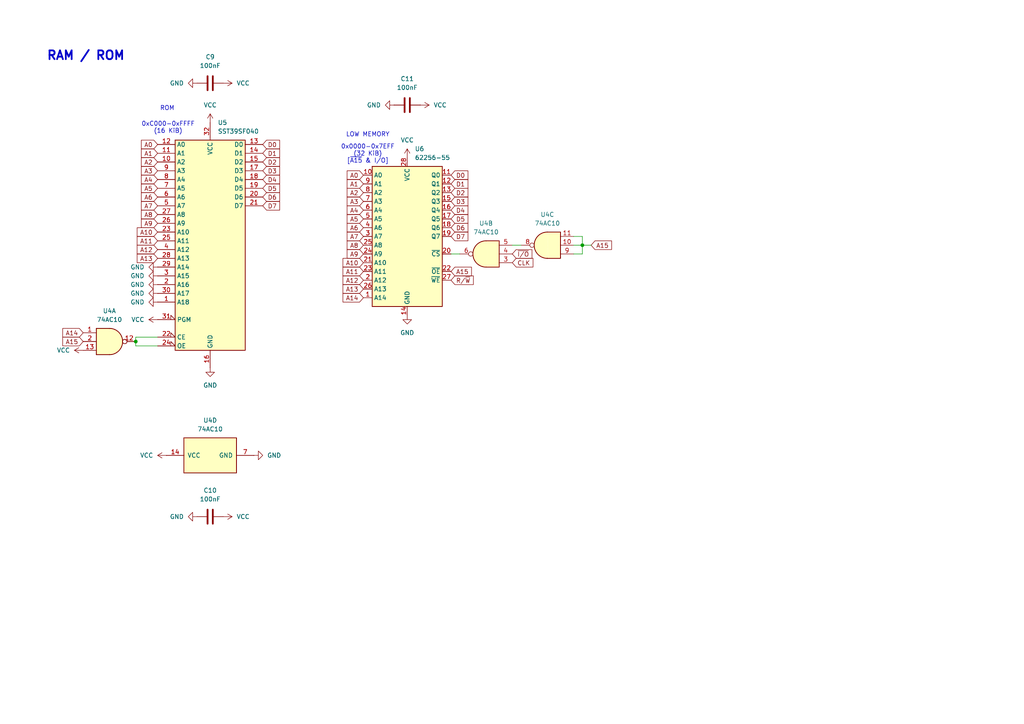
<source format=kicad_sch>
(kicad_sch
	(version 20250114)
	(generator "eeschema")
	(generator_version "9.0")
	(uuid "c9560f0a-6b0b-4af7-ac07-862a46fa0ca9")
	(paper "A4")
	(title_block
		(title "ByteCradle 6502 - RAM/ROM")
		(date "2025-01-25")
		(rev "1")
	)
	(lib_symbols
		(symbol "74xx:74LS10"
			(pin_names
				(offset 1.016)
			)
			(exclude_from_sim no)
			(in_bom yes)
			(on_board yes)
			(property "Reference" "U"
				(at 0 1.27 0)
				(effects
					(font
						(size 1.27 1.27)
					)
				)
			)
			(property "Value" "74LS10"
				(at 0 -1.27 0)
				(effects
					(font
						(size 1.27 1.27)
					)
				)
			)
			(property "Footprint" ""
				(at 0 0 0)
				(effects
					(font
						(size 1.27 1.27)
					)
					(hide yes)
				)
			)
			(property "Datasheet" "http://www.ti.com/lit/gpn/sn74LS10"
				(at 0 0 0)
				(effects
					(font
						(size 1.27 1.27)
					)
					(hide yes)
				)
			)
			(property "Description" "Triple 3-input NAND"
				(at 0 0 0)
				(effects
					(font
						(size 1.27 1.27)
					)
					(hide yes)
				)
			)
			(property "ki_locked" ""
				(at 0 0 0)
				(effects
					(font
						(size 1.27 1.27)
					)
				)
			)
			(property "ki_keywords" "TTL Nand3"
				(at 0 0 0)
				(effects
					(font
						(size 1.27 1.27)
					)
					(hide yes)
				)
			)
			(property "ki_fp_filters" "DIP*W7.62mm*"
				(at 0 0 0)
				(effects
					(font
						(size 1.27 1.27)
					)
					(hide yes)
				)
			)
			(symbol "74LS10_1_1"
				(arc
					(start 0 3.81)
					(mid 3.7934 0)
					(end 0 -3.81)
					(stroke
						(width 0.254)
						(type default)
					)
					(fill
						(type background)
					)
				)
				(polyline
					(pts
						(xy 0 3.81) (xy -3.81 3.81) (xy -3.81 -3.81) (xy 0 -3.81)
					)
					(stroke
						(width 0.254)
						(type default)
					)
					(fill
						(type background)
					)
				)
				(pin input line
					(at -7.62 2.54 0)
					(length 3.81)
					(name "~"
						(effects
							(font
								(size 1.27 1.27)
							)
						)
					)
					(number "1"
						(effects
							(font
								(size 1.27 1.27)
							)
						)
					)
				)
				(pin input line
					(at -7.62 0 0)
					(length 3.81)
					(name "~"
						(effects
							(font
								(size 1.27 1.27)
							)
						)
					)
					(number "2"
						(effects
							(font
								(size 1.27 1.27)
							)
						)
					)
				)
				(pin input line
					(at -7.62 -2.54 0)
					(length 3.81)
					(name "~"
						(effects
							(font
								(size 1.27 1.27)
							)
						)
					)
					(number "13"
						(effects
							(font
								(size 1.27 1.27)
							)
						)
					)
				)
				(pin output inverted
					(at 7.62 0 180)
					(length 3.81)
					(name "~"
						(effects
							(font
								(size 1.27 1.27)
							)
						)
					)
					(number "12"
						(effects
							(font
								(size 1.27 1.27)
							)
						)
					)
				)
			)
			(symbol "74LS10_1_2"
				(arc
					(start -3.81 3.81)
					(mid -2.589 0)
					(end -3.81 -3.81)
					(stroke
						(width 0.254)
						(type default)
					)
					(fill
						(type none)
					)
				)
				(polyline
					(pts
						(xy -3.81 3.81) (xy -0.635 3.81)
					)
					(stroke
						(width 0.254)
						(type default)
					)
					(fill
						(type background)
					)
				)
				(polyline
					(pts
						(xy -3.81 -3.81) (xy -0.635 -3.81)
					)
					(stroke
						(width 0.254)
						(type default)
					)
					(fill
						(type background)
					)
				)
				(arc
					(start 3.81 0)
					(mid 2.1855 -2.584)
					(end -0.6096 -3.81)
					(stroke
						(width 0.254)
						(type default)
					)
					(fill
						(type background)
					)
				)
				(arc
					(start -0.6096 3.81)
					(mid 2.1928 2.5924)
					(end 3.81 0)
					(stroke
						(width 0.254)
						(type default)
					)
					(fill
						(type background)
					)
				)
				(polyline
					(pts
						(xy -0.635 3.81) (xy -3.81 3.81) (xy -3.81 3.81) (xy -3.556 3.4036) (xy -3.0226 2.2606) (xy -2.6924 1.0414)
						(xy -2.6162 -0.254) (xy -2.7686 -1.4986) (xy -3.175 -2.7178) (xy -3.81 -3.81) (xy -3.81 -3.81)
						(xy -0.635 -3.81)
					)
					(stroke
						(width -25.4)
						(type default)
					)
					(fill
						(type background)
					)
				)
				(pin input inverted
					(at -7.62 2.54 0)
					(length 4.318)
					(name "~"
						(effects
							(font
								(size 1.27 1.27)
							)
						)
					)
					(number "1"
						(effects
							(font
								(size 1.27 1.27)
							)
						)
					)
				)
				(pin input inverted
					(at -7.62 0 0)
					(length 4.953)
					(name "~"
						(effects
							(font
								(size 1.27 1.27)
							)
						)
					)
					(number "2"
						(effects
							(font
								(size 1.27 1.27)
							)
						)
					)
				)
				(pin input inverted
					(at -7.62 -2.54 0)
					(length 4.318)
					(name "~"
						(effects
							(font
								(size 1.27 1.27)
							)
						)
					)
					(number "13"
						(effects
							(font
								(size 1.27 1.27)
							)
						)
					)
				)
				(pin output line
					(at 7.62 0 180)
					(length 3.81)
					(name "~"
						(effects
							(font
								(size 1.27 1.27)
							)
						)
					)
					(number "12"
						(effects
							(font
								(size 1.27 1.27)
							)
						)
					)
				)
			)
			(symbol "74LS10_2_1"
				(arc
					(start 0 3.81)
					(mid 3.7934 0)
					(end 0 -3.81)
					(stroke
						(width 0.254)
						(type default)
					)
					(fill
						(type background)
					)
				)
				(polyline
					(pts
						(xy 0 3.81) (xy -3.81 3.81) (xy -3.81 -3.81) (xy 0 -3.81)
					)
					(stroke
						(width 0.254)
						(type default)
					)
					(fill
						(type background)
					)
				)
				(pin input line
					(at -7.62 2.54 0)
					(length 3.81)
					(name "~"
						(effects
							(font
								(size 1.27 1.27)
							)
						)
					)
					(number "3"
						(effects
							(font
								(size 1.27 1.27)
							)
						)
					)
				)
				(pin input line
					(at -7.62 0 0)
					(length 3.81)
					(name "~"
						(effects
							(font
								(size 1.27 1.27)
							)
						)
					)
					(number "4"
						(effects
							(font
								(size 1.27 1.27)
							)
						)
					)
				)
				(pin input line
					(at -7.62 -2.54 0)
					(length 3.81)
					(name "~"
						(effects
							(font
								(size 1.27 1.27)
							)
						)
					)
					(number "5"
						(effects
							(font
								(size 1.27 1.27)
							)
						)
					)
				)
				(pin output inverted
					(at 7.62 0 180)
					(length 3.81)
					(name "~"
						(effects
							(font
								(size 1.27 1.27)
							)
						)
					)
					(number "6"
						(effects
							(font
								(size 1.27 1.27)
							)
						)
					)
				)
			)
			(symbol "74LS10_2_2"
				(arc
					(start -3.81 3.81)
					(mid -2.589 0)
					(end -3.81 -3.81)
					(stroke
						(width 0.254)
						(type default)
					)
					(fill
						(type none)
					)
				)
				(polyline
					(pts
						(xy -3.81 3.81) (xy -0.635 3.81)
					)
					(stroke
						(width 0.254)
						(type default)
					)
					(fill
						(type background)
					)
				)
				(polyline
					(pts
						(xy -3.81 -3.81) (xy -0.635 -3.81)
					)
					(stroke
						(width 0.254)
						(type default)
					)
					(fill
						(type background)
					)
				)
				(arc
					(start 3.81 0)
					(mid 2.1855 -2.584)
					(end -0.6096 -3.81)
					(stroke
						(width 0.254)
						(type default)
					)
					(fill
						(type background)
					)
				)
				(arc
					(start -0.6096 3.81)
					(mid 2.1928 2.5924)
					(end 3.81 0)
					(stroke
						(width 0.254)
						(type default)
					)
					(fill
						(type background)
					)
				)
				(polyline
					(pts
						(xy -0.635 3.81) (xy -3.81 3.81) (xy -3.81 3.81) (xy -3.556 3.4036) (xy -3.0226 2.2606) (xy -2.6924 1.0414)
						(xy -2.6162 -0.254) (xy -2.7686 -1.4986) (xy -3.175 -2.7178) (xy -3.81 -3.81) (xy -3.81 -3.81)
						(xy -0.635 -3.81)
					)
					(stroke
						(width -25.4)
						(type default)
					)
					(fill
						(type background)
					)
				)
				(pin input inverted
					(at -7.62 2.54 0)
					(length 4.318)
					(name "~"
						(effects
							(font
								(size 1.27 1.27)
							)
						)
					)
					(number "3"
						(effects
							(font
								(size 1.27 1.27)
							)
						)
					)
				)
				(pin input inverted
					(at -7.62 0 0)
					(length 4.953)
					(name "~"
						(effects
							(font
								(size 1.27 1.27)
							)
						)
					)
					(number "4"
						(effects
							(font
								(size 1.27 1.27)
							)
						)
					)
				)
				(pin input inverted
					(at -7.62 -2.54 0)
					(length 4.318)
					(name "~"
						(effects
							(font
								(size 1.27 1.27)
							)
						)
					)
					(number "5"
						(effects
							(font
								(size 1.27 1.27)
							)
						)
					)
				)
				(pin output line
					(at 7.62 0 180)
					(length 3.81)
					(name "~"
						(effects
							(font
								(size 1.27 1.27)
							)
						)
					)
					(number "6"
						(effects
							(font
								(size 1.27 1.27)
							)
						)
					)
				)
			)
			(symbol "74LS10_3_1"
				(arc
					(start 0 3.81)
					(mid 3.7934 0)
					(end 0 -3.81)
					(stroke
						(width 0.254)
						(type default)
					)
					(fill
						(type background)
					)
				)
				(polyline
					(pts
						(xy 0 3.81) (xy -3.81 3.81) (xy -3.81 -3.81) (xy 0 -3.81)
					)
					(stroke
						(width 0.254)
						(type default)
					)
					(fill
						(type background)
					)
				)
				(pin input line
					(at -7.62 2.54 0)
					(length 3.81)
					(name "~"
						(effects
							(font
								(size 1.27 1.27)
							)
						)
					)
					(number "9"
						(effects
							(font
								(size 1.27 1.27)
							)
						)
					)
				)
				(pin input line
					(at -7.62 0 0)
					(length 3.81)
					(name "~"
						(effects
							(font
								(size 1.27 1.27)
							)
						)
					)
					(number "10"
						(effects
							(font
								(size 1.27 1.27)
							)
						)
					)
				)
				(pin input line
					(at -7.62 -2.54 0)
					(length 3.81)
					(name "~"
						(effects
							(font
								(size 1.27 1.27)
							)
						)
					)
					(number "11"
						(effects
							(font
								(size 1.27 1.27)
							)
						)
					)
				)
				(pin output inverted
					(at 7.62 0 180)
					(length 3.81)
					(name "~"
						(effects
							(font
								(size 1.27 1.27)
							)
						)
					)
					(number "8"
						(effects
							(font
								(size 1.27 1.27)
							)
						)
					)
				)
			)
			(symbol "74LS10_3_2"
				(arc
					(start -3.81 3.81)
					(mid -2.589 0)
					(end -3.81 -3.81)
					(stroke
						(width 0.254)
						(type default)
					)
					(fill
						(type none)
					)
				)
				(polyline
					(pts
						(xy -3.81 3.81) (xy -0.635 3.81)
					)
					(stroke
						(width 0.254)
						(type default)
					)
					(fill
						(type background)
					)
				)
				(polyline
					(pts
						(xy -3.81 -3.81) (xy -0.635 -3.81)
					)
					(stroke
						(width 0.254)
						(type default)
					)
					(fill
						(type background)
					)
				)
				(arc
					(start 3.81 0)
					(mid 2.1855 -2.584)
					(end -0.6096 -3.81)
					(stroke
						(width 0.254)
						(type default)
					)
					(fill
						(type background)
					)
				)
				(arc
					(start -0.6096 3.81)
					(mid 2.1928 2.5924)
					(end 3.81 0)
					(stroke
						(width 0.254)
						(type default)
					)
					(fill
						(type background)
					)
				)
				(polyline
					(pts
						(xy -0.635 3.81) (xy -3.81 3.81) (xy -3.81 3.81) (xy -3.556 3.4036) (xy -3.0226 2.2606) (xy -2.6924 1.0414)
						(xy -2.6162 -0.254) (xy -2.7686 -1.4986) (xy -3.175 -2.7178) (xy -3.81 -3.81) (xy -3.81 -3.81)
						(xy -0.635 -3.81)
					)
					(stroke
						(width -25.4)
						(type default)
					)
					(fill
						(type background)
					)
				)
				(pin input inverted
					(at -7.62 2.54 0)
					(length 4.318)
					(name "~"
						(effects
							(font
								(size 1.27 1.27)
							)
						)
					)
					(number "9"
						(effects
							(font
								(size 1.27 1.27)
							)
						)
					)
				)
				(pin input inverted
					(at -7.62 0 0)
					(length 4.953)
					(name "~"
						(effects
							(font
								(size 1.27 1.27)
							)
						)
					)
					(number "10"
						(effects
							(font
								(size 1.27 1.27)
							)
						)
					)
				)
				(pin input inverted
					(at -7.62 -2.54 0)
					(length 4.318)
					(name "~"
						(effects
							(font
								(size 1.27 1.27)
							)
						)
					)
					(number "11"
						(effects
							(font
								(size 1.27 1.27)
							)
						)
					)
				)
				(pin output line
					(at 7.62 0 180)
					(length 3.81)
					(name "~"
						(effects
							(font
								(size 1.27 1.27)
							)
						)
					)
					(number "8"
						(effects
							(font
								(size 1.27 1.27)
							)
						)
					)
				)
			)
			(symbol "74LS10_4_0"
				(pin power_in line
					(at 0 12.7 270)
					(length 5.08)
					(name "VCC"
						(effects
							(font
								(size 1.27 1.27)
							)
						)
					)
					(number "14"
						(effects
							(font
								(size 1.27 1.27)
							)
						)
					)
				)
				(pin power_in line
					(at 0 -12.7 90)
					(length 5.08)
					(name "GND"
						(effects
							(font
								(size 1.27 1.27)
							)
						)
					)
					(number "7"
						(effects
							(font
								(size 1.27 1.27)
							)
						)
					)
				)
			)
			(symbol "74LS10_4_1"
				(rectangle
					(start -5.08 7.62)
					(end 5.08 -7.62)
					(stroke
						(width 0.254)
						(type default)
					)
					(fill
						(type background)
					)
				)
			)
			(embedded_fonts no)
		)
		(symbol "Device:C"
			(pin_numbers
				(hide yes)
			)
			(pin_names
				(offset 0.254)
			)
			(exclude_from_sim no)
			(in_bom yes)
			(on_board yes)
			(property "Reference" "C"
				(at 0.635 2.54 0)
				(effects
					(font
						(size 1.27 1.27)
					)
					(justify left)
				)
			)
			(property "Value" "C"
				(at 0.635 -2.54 0)
				(effects
					(font
						(size 1.27 1.27)
					)
					(justify left)
				)
			)
			(property "Footprint" ""
				(at 0.9652 -3.81 0)
				(effects
					(font
						(size 1.27 1.27)
					)
					(hide yes)
				)
			)
			(property "Datasheet" "~"
				(at 0 0 0)
				(effects
					(font
						(size 1.27 1.27)
					)
					(hide yes)
				)
			)
			(property "Description" "Unpolarized capacitor"
				(at 0 0 0)
				(effects
					(font
						(size 1.27 1.27)
					)
					(hide yes)
				)
			)
			(property "ki_keywords" "cap capacitor"
				(at 0 0 0)
				(effects
					(font
						(size 1.27 1.27)
					)
					(hide yes)
				)
			)
			(property "ki_fp_filters" "C_*"
				(at 0 0 0)
				(effects
					(font
						(size 1.27 1.27)
					)
					(hide yes)
				)
			)
			(symbol "C_0_1"
				(polyline
					(pts
						(xy -2.032 0.762) (xy 2.032 0.762)
					)
					(stroke
						(width 0.508)
						(type default)
					)
					(fill
						(type none)
					)
				)
				(polyline
					(pts
						(xy -2.032 -0.762) (xy 2.032 -0.762)
					)
					(stroke
						(width 0.508)
						(type default)
					)
					(fill
						(type none)
					)
				)
			)
			(symbol "C_1_1"
				(pin passive line
					(at 0 3.81 270)
					(length 2.794)
					(name "~"
						(effects
							(font
								(size 1.27 1.27)
							)
						)
					)
					(number "1"
						(effects
							(font
								(size 1.27 1.27)
							)
						)
					)
				)
				(pin passive line
					(at 0 -3.81 90)
					(length 2.794)
					(name "~"
						(effects
							(font
								(size 1.27 1.27)
							)
						)
					)
					(number "2"
						(effects
							(font
								(size 1.27 1.27)
							)
						)
					)
				)
			)
			(embedded_fonts no)
		)
		(symbol "Memory_Flash:SST39SF040"
			(exclude_from_sim no)
			(in_bom yes)
			(on_board yes)
			(property "Reference" "U"
				(at 2.54 33.02 0)
				(effects
					(font
						(size 1.27 1.27)
					)
				)
			)
			(property "Value" "SST39SF040"
				(at 0 -30.48 0)
				(effects
					(font
						(size 1.27 1.27)
					)
				)
			)
			(property "Footprint" ""
				(at 0 7.62 0)
				(effects
					(font
						(size 1.27 1.27)
					)
					(hide yes)
				)
			)
			(property "Datasheet" "http://ww1.microchip.com/downloads/en/DeviceDoc/25022B.pdf"
				(at 0 7.62 0)
				(effects
					(font
						(size 1.27 1.27)
					)
					(hide yes)
				)
			)
			(property "Description" "Silicon Storage Technology (SSF) 512k x 8 Flash ROM"
				(at 0 0 0)
				(effects
					(font
						(size 1.27 1.27)
					)
					(hide yes)
				)
			)
			(property "ki_keywords" "512k flash rom"
				(at 0 0 0)
				(effects
					(font
						(size 1.27 1.27)
					)
					(hide yes)
				)
			)
			(symbol "SST39SF040_0_0"
				(pin power_in line
					(at 0 36.83 270)
					(length 5.08)
					(name "VCC"
						(effects
							(font
								(size 1.27 1.27)
							)
						)
					)
					(number "32"
						(effects
							(font
								(size 1.27 1.27)
							)
						)
					)
				)
				(pin power_in line
					(at 0 -34.29 90)
					(length 5.08)
					(name "GND"
						(effects
							(font
								(size 1.27 1.27)
							)
						)
					)
					(number "16"
						(effects
							(font
								(size 1.27 1.27)
							)
						)
					)
				)
			)
			(symbol "SST39SF040_0_1"
				(rectangle
					(start -10.16 31.75)
					(end 10.16 -29.21)
					(stroke
						(width 0.254)
						(type default)
					)
					(fill
						(type background)
					)
				)
			)
			(symbol "SST39SF040_1_1"
				(pin input line
					(at -15.24 30.48 0)
					(length 5.08)
					(name "A0"
						(effects
							(font
								(size 1.27 1.27)
							)
						)
					)
					(number "12"
						(effects
							(font
								(size 1.27 1.27)
							)
						)
					)
				)
				(pin input line
					(at -15.24 27.94 0)
					(length 5.08)
					(name "A1"
						(effects
							(font
								(size 1.27 1.27)
							)
						)
					)
					(number "11"
						(effects
							(font
								(size 1.27 1.27)
							)
						)
					)
				)
				(pin input line
					(at -15.24 25.4 0)
					(length 5.08)
					(name "A2"
						(effects
							(font
								(size 1.27 1.27)
							)
						)
					)
					(number "10"
						(effects
							(font
								(size 1.27 1.27)
							)
						)
					)
				)
				(pin input line
					(at -15.24 22.86 0)
					(length 5.08)
					(name "A3"
						(effects
							(font
								(size 1.27 1.27)
							)
						)
					)
					(number "9"
						(effects
							(font
								(size 1.27 1.27)
							)
						)
					)
				)
				(pin input line
					(at -15.24 20.32 0)
					(length 5.08)
					(name "A4"
						(effects
							(font
								(size 1.27 1.27)
							)
						)
					)
					(number "8"
						(effects
							(font
								(size 1.27 1.27)
							)
						)
					)
				)
				(pin input line
					(at -15.24 17.78 0)
					(length 5.08)
					(name "A5"
						(effects
							(font
								(size 1.27 1.27)
							)
						)
					)
					(number "7"
						(effects
							(font
								(size 1.27 1.27)
							)
						)
					)
				)
				(pin input line
					(at -15.24 15.24 0)
					(length 5.08)
					(name "A6"
						(effects
							(font
								(size 1.27 1.27)
							)
						)
					)
					(number "6"
						(effects
							(font
								(size 1.27 1.27)
							)
						)
					)
				)
				(pin input line
					(at -15.24 12.7 0)
					(length 5.08)
					(name "A7"
						(effects
							(font
								(size 1.27 1.27)
							)
						)
					)
					(number "5"
						(effects
							(font
								(size 1.27 1.27)
							)
						)
					)
				)
				(pin input line
					(at -15.24 10.16 0)
					(length 5.08)
					(name "A8"
						(effects
							(font
								(size 1.27 1.27)
							)
						)
					)
					(number "27"
						(effects
							(font
								(size 1.27 1.27)
							)
						)
					)
				)
				(pin input line
					(at -15.24 7.62 0)
					(length 5.08)
					(name "A9"
						(effects
							(font
								(size 1.27 1.27)
							)
						)
					)
					(number "26"
						(effects
							(font
								(size 1.27 1.27)
							)
						)
					)
				)
				(pin input line
					(at -15.24 5.08 0)
					(length 5.08)
					(name "A10"
						(effects
							(font
								(size 1.27 1.27)
							)
						)
					)
					(number "23"
						(effects
							(font
								(size 1.27 1.27)
							)
						)
					)
				)
				(pin input line
					(at -15.24 2.54 0)
					(length 5.08)
					(name "A11"
						(effects
							(font
								(size 1.27 1.27)
							)
						)
					)
					(number "25"
						(effects
							(font
								(size 1.27 1.27)
							)
						)
					)
				)
				(pin input line
					(at -15.24 0 0)
					(length 5.08)
					(name "A12"
						(effects
							(font
								(size 1.27 1.27)
							)
						)
					)
					(number "4"
						(effects
							(font
								(size 1.27 1.27)
							)
						)
					)
				)
				(pin input line
					(at -15.24 -2.54 0)
					(length 5.08)
					(name "A13"
						(effects
							(font
								(size 1.27 1.27)
							)
						)
					)
					(number "28"
						(effects
							(font
								(size 1.27 1.27)
							)
						)
					)
				)
				(pin input line
					(at -15.24 -5.08 0)
					(length 5.08)
					(name "A14"
						(effects
							(font
								(size 1.27 1.27)
							)
						)
					)
					(number "29"
						(effects
							(font
								(size 1.27 1.27)
							)
						)
					)
				)
				(pin input line
					(at -15.24 -7.62 0)
					(length 5.08)
					(name "A15"
						(effects
							(font
								(size 1.27 1.27)
							)
						)
					)
					(number "3"
						(effects
							(font
								(size 1.27 1.27)
							)
						)
					)
				)
				(pin input line
					(at -15.24 -10.16 0)
					(length 5.08)
					(name "A16"
						(effects
							(font
								(size 1.27 1.27)
							)
						)
					)
					(number "2"
						(effects
							(font
								(size 1.27 1.27)
							)
						)
					)
				)
				(pin input line
					(at -15.24 -12.7 0)
					(length 5.08)
					(name "A17"
						(effects
							(font
								(size 1.27 1.27)
							)
						)
					)
					(number "30"
						(effects
							(font
								(size 1.27 1.27)
							)
						)
					)
				)
				(pin input line
					(at -15.24 -15.24 0)
					(length 5.08)
					(name "A18"
						(effects
							(font
								(size 1.27 1.27)
							)
						)
					)
					(number "1"
						(effects
							(font
								(size 1.27 1.27)
							)
						)
					)
				)
				(pin input input_low
					(at -15.24 -20.32 0)
					(length 5.08)
					(name "PGM"
						(effects
							(font
								(size 1.27 1.27)
							)
						)
					)
					(number "31"
						(effects
							(font
								(size 1.27 1.27)
							)
						)
					)
				)
				(pin input input_low
					(at -15.24 -25.4 0)
					(length 5.08)
					(name "CE"
						(effects
							(font
								(size 1.27 1.27)
							)
						)
					)
					(number "22"
						(effects
							(font
								(size 1.27 1.27)
							)
						)
					)
				)
				(pin input input_low
					(at -15.24 -27.94 0)
					(length 5.08)
					(name "OE"
						(effects
							(font
								(size 1.27 1.27)
							)
						)
					)
					(number "24"
						(effects
							(font
								(size 1.27 1.27)
							)
						)
					)
				)
				(pin tri_state line
					(at 15.24 30.48 180)
					(length 5.08)
					(name "D0"
						(effects
							(font
								(size 1.27 1.27)
							)
						)
					)
					(number "13"
						(effects
							(font
								(size 1.27 1.27)
							)
						)
					)
				)
				(pin tri_state line
					(at 15.24 27.94 180)
					(length 5.08)
					(name "D1"
						(effects
							(font
								(size 1.27 1.27)
							)
						)
					)
					(number "14"
						(effects
							(font
								(size 1.27 1.27)
							)
						)
					)
				)
				(pin tri_state line
					(at 15.24 25.4 180)
					(length 5.08)
					(name "D2"
						(effects
							(font
								(size 1.27 1.27)
							)
						)
					)
					(number "15"
						(effects
							(font
								(size 1.27 1.27)
							)
						)
					)
				)
				(pin tri_state line
					(at 15.24 22.86 180)
					(length 5.08)
					(name "D3"
						(effects
							(font
								(size 1.27 1.27)
							)
						)
					)
					(number "17"
						(effects
							(font
								(size 1.27 1.27)
							)
						)
					)
				)
				(pin tri_state line
					(at 15.24 20.32 180)
					(length 5.08)
					(name "D4"
						(effects
							(font
								(size 1.27 1.27)
							)
						)
					)
					(number "18"
						(effects
							(font
								(size 1.27 1.27)
							)
						)
					)
				)
				(pin tri_state line
					(at 15.24 17.78 180)
					(length 5.08)
					(name "D5"
						(effects
							(font
								(size 1.27 1.27)
							)
						)
					)
					(number "19"
						(effects
							(font
								(size 1.27 1.27)
							)
						)
					)
				)
				(pin tri_state line
					(at 15.24 15.24 180)
					(length 5.08)
					(name "D6"
						(effects
							(font
								(size 1.27 1.27)
							)
						)
					)
					(number "20"
						(effects
							(font
								(size 1.27 1.27)
							)
						)
					)
				)
				(pin tri_state line
					(at 15.24 12.7 180)
					(length 5.08)
					(name "D7"
						(effects
							(font
								(size 1.27 1.27)
							)
						)
					)
					(number "21"
						(effects
							(font
								(size 1.27 1.27)
							)
						)
					)
				)
			)
			(embedded_fonts no)
		)
		(symbol "Memory_RAM:CY62256-70PC"
			(exclude_from_sim no)
			(in_bom yes)
			(on_board yes)
			(property "Reference" "U"
				(at -10.16 20.955 0)
				(effects
					(font
						(size 1.27 1.27)
					)
					(justify left bottom)
				)
			)
			(property "Value" "CY62256-70PC"
				(at 2.54 20.955 0)
				(effects
					(font
						(size 1.27 1.27)
					)
					(justify left bottom)
				)
			)
			(property "Footprint" "Package_DIP:DIP-28_W15.24mm"
				(at 0 -2.54 0)
				(effects
					(font
						(size 1.27 1.27)
					)
					(hide yes)
				)
			)
			(property "Datasheet" "https://ecee.colorado.edu/~mcclurel/Cypress_SRAM_CY62256.pdf"
				(at 0 -2.54 0)
				(effects
					(font
						(size 1.27 1.27)
					)
					(hide yes)
				)
			)
			(property "Description" "256K (32K x 8) Static RAM, 70ns, DIP-28"
				(at 0 0 0)
				(effects
					(font
						(size 1.27 1.27)
					)
					(hide yes)
				)
			)
			(property "ki_keywords" "RAM SRAM CMOS MEMORY"
				(at 0 0 0)
				(effects
					(font
						(size 1.27 1.27)
					)
					(hide yes)
				)
			)
			(property "ki_fp_filters" "DIP*W15.24mm*"
				(at 0 0 0)
				(effects
					(font
						(size 1.27 1.27)
					)
					(hide yes)
				)
			)
			(symbol "CY62256-70PC_0_0"
				(pin power_in line
					(at 0 22.86 270)
					(length 2.54)
					(name "VCC"
						(effects
							(font
								(size 1.27 1.27)
							)
						)
					)
					(number "28"
						(effects
							(font
								(size 1.27 1.27)
							)
						)
					)
				)
				(pin power_in line
					(at 0 -22.86 90)
					(length 2.54)
					(name "GND"
						(effects
							(font
								(size 1.27 1.27)
							)
						)
					)
					(number "14"
						(effects
							(font
								(size 1.27 1.27)
							)
						)
					)
				)
			)
			(symbol "CY62256-70PC_0_1"
				(rectangle
					(start -10.16 20.32)
					(end 10.16 -20.32)
					(stroke
						(width 0.254)
						(type default)
					)
					(fill
						(type background)
					)
				)
			)
			(symbol "CY62256-70PC_1_1"
				(pin input line
					(at -12.7 17.78 0)
					(length 2.54)
					(name "A0"
						(effects
							(font
								(size 1.27 1.27)
							)
						)
					)
					(number "10"
						(effects
							(font
								(size 1.27 1.27)
							)
						)
					)
				)
				(pin input line
					(at -12.7 15.24 0)
					(length 2.54)
					(name "A1"
						(effects
							(font
								(size 1.27 1.27)
							)
						)
					)
					(number "9"
						(effects
							(font
								(size 1.27 1.27)
							)
						)
					)
				)
				(pin input line
					(at -12.7 12.7 0)
					(length 2.54)
					(name "A2"
						(effects
							(font
								(size 1.27 1.27)
							)
						)
					)
					(number "8"
						(effects
							(font
								(size 1.27 1.27)
							)
						)
					)
				)
				(pin input line
					(at -12.7 10.16 0)
					(length 2.54)
					(name "A3"
						(effects
							(font
								(size 1.27 1.27)
							)
						)
					)
					(number "7"
						(effects
							(font
								(size 1.27 1.27)
							)
						)
					)
				)
				(pin input line
					(at -12.7 7.62 0)
					(length 2.54)
					(name "A4"
						(effects
							(font
								(size 1.27 1.27)
							)
						)
					)
					(number "6"
						(effects
							(font
								(size 1.27 1.27)
							)
						)
					)
				)
				(pin input line
					(at -12.7 5.08 0)
					(length 2.54)
					(name "A5"
						(effects
							(font
								(size 1.27 1.27)
							)
						)
					)
					(number "5"
						(effects
							(font
								(size 1.27 1.27)
							)
						)
					)
				)
				(pin input line
					(at -12.7 2.54 0)
					(length 2.54)
					(name "A6"
						(effects
							(font
								(size 1.27 1.27)
							)
						)
					)
					(number "4"
						(effects
							(font
								(size 1.27 1.27)
							)
						)
					)
				)
				(pin input line
					(at -12.7 0 0)
					(length 2.54)
					(name "A7"
						(effects
							(font
								(size 1.27 1.27)
							)
						)
					)
					(number "3"
						(effects
							(font
								(size 1.27 1.27)
							)
						)
					)
				)
				(pin input line
					(at -12.7 -2.54 0)
					(length 2.54)
					(name "A8"
						(effects
							(font
								(size 1.27 1.27)
							)
						)
					)
					(number "25"
						(effects
							(font
								(size 1.27 1.27)
							)
						)
					)
				)
				(pin input line
					(at -12.7 -5.08 0)
					(length 2.54)
					(name "A9"
						(effects
							(font
								(size 1.27 1.27)
							)
						)
					)
					(number "24"
						(effects
							(font
								(size 1.27 1.27)
							)
						)
					)
				)
				(pin input line
					(at -12.7 -7.62 0)
					(length 2.54)
					(name "A10"
						(effects
							(font
								(size 1.27 1.27)
							)
						)
					)
					(number "21"
						(effects
							(font
								(size 1.27 1.27)
							)
						)
					)
				)
				(pin input line
					(at -12.7 -10.16 0)
					(length 2.54)
					(name "A11"
						(effects
							(font
								(size 1.27 1.27)
							)
						)
					)
					(number "23"
						(effects
							(font
								(size 1.27 1.27)
							)
						)
					)
				)
				(pin input line
					(at -12.7 -12.7 0)
					(length 2.54)
					(name "A12"
						(effects
							(font
								(size 1.27 1.27)
							)
						)
					)
					(number "2"
						(effects
							(font
								(size 1.27 1.27)
							)
						)
					)
				)
				(pin input line
					(at -12.7 -15.24 0)
					(length 2.54)
					(name "A13"
						(effects
							(font
								(size 1.27 1.27)
							)
						)
					)
					(number "26"
						(effects
							(font
								(size 1.27 1.27)
							)
						)
					)
				)
				(pin input line
					(at -12.7 -17.78 0)
					(length 2.54)
					(name "A14"
						(effects
							(font
								(size 1.27 1.27)
							)
						)
					)
					(number "1"
						(effects
							(font
								(size 1.27 1.27)
							)
						)
					)
				)
				(pin tri_state line
					(at 12.7 17.78 180)
					(length 2.54)
					(name "Q0"
						(effects
							(font
								(size 1.27 1.27)
							)
						)
					)
					(number "11"
						(effects
							(font
								(size 1.27 1.27)
							)
						)
					)
				)
				(pin tri_state line
					(at 12.7 15.24 180)
					(length 2.54)
					(name "Q1"
						(effects
							(font
								(size 1.27 1.27)
							)
						)
					)
					(number "12"
						(effects
							(font
								(size 1.27 1.27)
							)
						)
					)
				)
				(pin tri_state line
					(at 12.7 12.7 180)
					(length 2.54)
					(name "Q2"
						(effects
							(font
								(size 1.27 1.27)
							)
						)
					)
					(number "13"
						(effects
							(font
								(size 1.27 1.27)
							)
						)
					)
				)
				(pin tri_state line
					(at 12.7 10.16 180)
					(length 2.54)
					(name "Q3"
						(effects
							(font
								(size 1.27 1.27)
							)
						)
					)
					(number "15"
						(effects
							(font
								(size 1.27 1.27)
							)
						)
					)
				)
				(pin tri_state line
					(at 12.7 7.62 180)
					(length 2.54)
					(name "Q4"
						(effects
							(font
								(size 1.27 1.27)
							)
						)
					)
					(number "16"
						(effects
							(font
								(size 1.27 1.27)
							)
						)
					)
				)
				(pin tri_state line
					(at 12.7 5.08 180)
					(length 2.54)
					(name "Q5"
						(effects
							(font
								(size 1.27 1.27)
							)
						)
					)
					(number "17"
						(effects
							(font
								(size 1.27 1.27)
							)
						)
					)
				)
				(pin tri_state line
					(at 12.7 2.54 180)
					(length 2.54)
					(name "Q6"
						(effects
							(font
								(size 1.27 1.27)
							)
						)
					)
					(number "18"
						(effects
							(font
								(size 1.27 1.27)
							)
						)
					)
				)
				(pin tri_state line
					(at 12.7 0 180)
					(length 2.54)
					(name "Q7"
						(effects
							(font
								(size 1.27 1.27)
							)
						)
					)
					(number "19"
						(effects
							(font
								(size 1.27 1.27)
							)
						)
					)
				)
				(pin input line
					(at 12.7 -5.08 180)
					(length 2.54)
					(name "~{CS}"
						(effects
							(font
								(size 1.27 1.27)
							)
						)
					)
					(number "20"
						(effects
							(font
								(size 1.27 1.27)
							)
						)
					)
				)
				(pin input line
					(at 12.7 -10.16 180)
					(length 2.54)
					(name "~{OE}"
						(effects
							(font
								(size 1.27 1.27)
							)
						)
					)
					(number "22"
						(effects
							(font
								(size 1.27 1.27)
							)
						)
					)
				)
				(pin input line
					(at 12.7 -12.7 180)
					(length 2.54)
					(name "~{WE}"
						(effects
							(font
								(size 1.27 1.27)
							)
						)
					)
					(number "27"
						(effects
							(font
								(size 1.27 1.27)
							)
						)
					)
				)
			)
			(embedded_fonts no)
		)
		(symbol "power:GND"
			(power)
			(pin_numbers
				(hide yes)
			)
			(pin_names
				(offset 0)
				(hide yes)
			)
			(exclude_from_sim no)
			(in_bom yes)
			(on_board yes)
			(property "Reference" "#PWR"
				(at 0 -6.35 0)
				(effects
					(font
						(size 1.27 1.27)
					)
					(hide yes)
				)
			)
			(property "Value" "GND"
				(at 0 -3.81 0)
				(effects
					(font
						(size 1.27 1.27)
					)
				)
			)
			(property "Footprint" ""
				(at 0 0 0)
				(effects
					(font
						(size 1.27 1.27)
					)
					(hide yes)
				)
			)
			(property "Datasheet" ""
				(at 0 0 0)
				(effects
					(font
						(size 1.27 1.27)
					)
					(hide yes)
				)
			)
			(property "Description" "Power symbol creates a global label with name \"GND\" , ground"
				(at 0 0 0)
				(effects
					(font
						(size 1.27 1.27)
					)
					(hide yes)
				)
			)
			(property "ki_keywords" "global power"
				(at 0 0 0)
				(effects
					(font
						(size 1.27 1.27)
					)
					(hide yes)
				)
			)
			(symbol "GND_0_1"
				(polyline
					(pts
						(xy 0 0) (xy 0 -1.27) (xy 1.27 -1.27) (xy 0 -2.54) (xy -1.27 -1.27) (xy 0 -1.27)
					)
					(stroke
						(width 0)
						(type default)
					)
					(fill
						(type none)
					)
				)
			)
			(symbol "GND_1_1"
				(pin power_in line
					(at 0 0 270)
					(length 0)
					(name "~"
						(effects
							(font
								(size 1.27 1.27)
							)
						)
					)
					(number "1"
						(effects
							(font
								(size 1.27 1.27)
							)
						)
					)
				)
			)
			(embedded_fonts no)
		)
		(symbol "power:VCC"
			(power)
			(pin_numbers
				(hide yes)
			)
			(pin_names
				(offset 0)
				(hide yes)
			)
			(exclude_from_sim no)
			(in_bom yes)
			(on_board yes)
			(property "Reference" "#PWR"
				(at 0 -3.81 0)
				(effects
					(font
						(size 1.27 1.27)
					)
					(hide yes)
				)
			)
			(property "Value" "VCC"
				(at 0 3.556 0)
				(effects
					(font
						(size 1.27 1.27)
					)
				)
			)
			(property "Footprint" ""
				(at 0 0 0)
				(effects
					(font
						(size 1.27 1.27)
					)
					(hide yes)
				)
			)
			(property "Datasheet" ""
				(at 0 0 0)
				(effects
					(font
						(size 1.27 1.27)
					)
					(hide yes)
				)
			)
			(property "Description" "Power symbol creates a global label with name \"VCC\""
				(at 0 0 0)
				(effects
					(font
						(size 1.27 1.27)
					)
					(hide yes)
				)
			)
			(property "ki_keywords" "global power"
				(at 0 0 0)
				(effects
					(font
						(size 1.27 1.27)
					)
					(hide yes)
				)
			)
			(symbol "VCC_0_1"
				(polyline
					(pts
						(xy -0.762 1.27) (xy 0 2.54)
					)
					(stroke
						(width 0)
						(type default)
					)
					(fill
						(type none)
					)
				)
				(polyline
					(pts
						(xy 0 2.54) (xy 0.762 1.27)
					)
					(stroke
						(width 0)
						(type default)
					)
					(fill
						(type none)
					)
				)
				(polyline
					(pts
						(xy 0 0) (xy 0 2.54)
					)
					(stroke
						(width 0)
						(type default)
					)
					(fill
						(type none)
					)
				)
			)
			(symbol "VCC_1_1"
				(pin power_in line
					(at 0 0 90)
					(length 0)
					(name "~"
						(effects
							(font
								(size 1.27 1.27)
							)
						)
					)
					(number "1"
						(effects
							(font
								(size 1.27 1.27)
							)
						)
					)
				)
			)
			(embedded_fonts no)
		)
	)
	(text "LOW MEMORY"
		(exclude_from_sim no)
		(at 106.68 39.116 0)
		(effects
			(font
				(size 1.27 1.27)
			)
		)
		(uuid "5ca4dffb-b8d0-43f7-bb00-b198b1dd16d9")
	)
	(text "ROM"
		(exclude_from_sim no)
		(at 48.514 31.496 0)
		(effects
			(font
				(size 1.27 1.27)
			)
		)
		(uuid "7e279b05-f378-4089-946e-8772cf345c46")
	)
	(text "RAM / ROM"
		(exclude_from_sim no)
		(at 24.892 16.256 0)
		(effects
			(font
				(size 2.54 2.54)
				(thickness 0.508)
				(bold yes)
			)
		)
		(uuid "80809c74-e041-41ee-8b11-826a1d52a3ea")
	)
	(text "0x0000-0x7EFF\n(32 KiB)\n[~{A15} & I/O]"
		(exclude_from_sim no)
		(at 106.68 44.704 0)
		(effects
			(font
				(size 1.27 1.27)
			)
		)
		(uuid "9f1de119-0ae1-4aad-a9e6-5fcf06eec31f")
	)
	(text "0xC000-0xFFFF\n(16 KiB)"
		(exclude_from_sim no)
		(at 48.768 37.084 0)
		(effects
			(font
				(size 1.27 1.27)
			)
		)
		(uuid "b8c0a9f8-23c3-4586-8841-c44ce4b95054")
	)
	(junction
		(at 39.37 99.06)
		(diameter 0)
		(color 0 0 0 0)
		(uuid "3d336076-02f4-43a1-b8c5-f53629ffe8d0")
	)
	(junction
		(at 168.91 71.12)
		(diameter 0)
		(color 0 0 0 0)
		(uuid "eae2b8a5-0371-4e1c-82c5-dad7d836052d")
	)
	(wire
		(pts
			(xy 133.35 73.66) (xy 130.81 73.66)
		)
		(stroke
			(width 0)
			(type default)
		)
		(uuid "20f35715-2fac-487c-95bf-70160877fe1d")
	)
	(wire
		(pts
			(xy 171.45 71.12) (xy 168.91 71.12)
		)
		(stroke
			(width 0)
			(type default)
		)
		(uuid "21752989-2057-41aa-9ded-ae17fd1b30e8")
	)
	(wire
		(pts
			(xy 39.37 99.06) (xy 39.37 100.33)
		)
		(stroke
			(width 0)
			(type default)
		)
		(uuid "23ab0395-8d2d-4172-b440-dd717ba3dcad")
	)
	(wire
		(pts
			(xy 39.37 97.79) (xy 45.72 97.79)
		)
		(stroke
			(width 0)
			(type default)
		)
		(uuid "490c2fe4-a875-4ccd-bb88-1701404c8c10")
	)
	(wire
		(pts
			(xy 39.37 100.33) (xy 45.72 100.33)
		)
		(stroke
			(width 0)
			(type default)
		)
		(uuid "57e8d8fd-9125-472e-ad1e-3811dc030841")
	)
	(wire
		(pts
			(xy 148.59 71.12) (xy 151.13 71.12)
		)
		(stroke
			(width 0)
			(type default)
		)
		(uuid "59b902e1-54d6-4907-873e-a50de4b99e56")
	)
	(wire
		(pts
			(xy 39.37 97.79) (xy 39.37 99.06)
		)
		(stroke
			(width 0)
			(type default)
		)
		(uuid "64578e3c-2992-48d9-a107-83f38742ea21")
	)
	(wire
		(pts
			(xy 168.91 71.12) (xy 168.91 68.58)
		)
		(stroke
			(width 0)
			(type default)
		)
		(uuid "678660c0-6f34-4e69-a2a8-4c565ee9206b")
	)
	(wire
		(pts
			(xy 168.91 68.58) (xy 166.37 68.58)
		)
		(stroke
			(width 0)
			(type default)
		)
		(uuid "9443a62d-fc06-4a02-8f87-41a48eeb0194")
	)
	(wire
		(pts
			(xy 168.91 71.12) (xy 168.91 73.66)
		)
		(stroke
			(width 0)
			(type default)
		)
		(uuid "95c61429-df27-4aa2-b1bd-40b8d08093c0")
	)
	(wire
		(pts
			(xy 166.37 71.12) (xy 168.91 71.12)
		)
		(stroke
			(width 0)
			(type default)
		)
		(uuid "ac7d4807-56d8-4251-9170-5dc81f7e91df")
	)
	(polyline
		(pts
			(xy 578.612 187.706) (xy 578.612 13.208)
		)
		(stroke
			(width 0)
			(type default)
		)
		(uuid "c79ee420-ed14-4c7a-90e7-3ed83a908419")
	)
	(wire
		(pts
			(xy 168.91 73.66) (xy 166.37 73.66)
		)
		(stroke
			(width 0)
			(type default)
		)
		(uuid "d5be2bcb-3116-45d5-b618-0d79ef004c14")
	)
	(global_label "A10"
		(shape input)
		(at 105.41 76.2 180)
		(fields_autoplaced yes)
		(effects
			(font
				(size 1.27 1.27)
			)
			(justify right)
		)
		(uuid "0460fa0c-c2b8-49f1-bcd8-4486c1883f69")
		(property "Intersheetrefs" "${INTERSHEET_REFS}"
			(at 98.9172 76.2 0)
			(effects
				(font
					(size 1.27 1.27)
				)
				(justify right)
				(hide yes)
			)
		)
	)
	(global_label "A2"
		(shape input)
		(at 105.41 55.88 180)
		(fields_autoplaced yes)
		(effects
			(font
				(size 1.27 1.27)
			)
			(justify right)
		)
		(uuid "0dc9d6e6-63e1-4b40-b665-f0c7c86d08b5")
		(property "Intersheetrefs" "${INTERSHEET_REFS}"
			(at 100.1267 55.88 0)
			(effects
				(font
					(size 1.27 1.27)
				)
				(justify right)
				(hide yes)
			)
		)
	)
	(global_label "D5"
		(shape input)
		(at 76.2 54.61 0)
		(fields_autoplaced yes)
		(effects
			(font
				(size 1.27 1.27)
			)
			(justify left)
		)
		(uuid "0e51f2da-a6d5-466b-86e1-ea8ea72acd42")
		(property "Intersheetrefs" "${INTERSHEET_REFS}"
			(at 81.6647 54.61 0)
			(effects
				(font
					(size 1.27 1.27)
				)
				(justify left)
				(hide yes)
			)
		)
	)
	(global_label "A13"
		(shape input)
		(at 105.41 83.82 180)
		(fields_autoplaced yes)
		(effects
			(font
				(size 1.27 1.27)
			)
			(justify right)
		)
		(uuid "16199885-3e19-4379-bf86-9f72ba565b39")
		(property "Intersheetrefs" "${INTERSHEET_REFS}"
			(at 98.9172 83.82 0)
			(effects
				(font
					(size 1.27 1.27)
				)
				(justify right)
				(hide yes)
			)
		)
	)
	(global_label "A1"
		(shape input)
		(at 105.41 53.34 180)
		(fields_autoplaced yes)
		(effects
			(font
				(size 1.27 1.27)
			)
			(justify right)
		)
		(uuid "1dce91a1-2a21-4438-8753-9f7638452368")
		(property "Intersheetrefs" "${INTERSHEET_REFS}"
			(at 100.1267 53.34 0)
			(effects
				(font
					(size 1.27 1.27)
				)
				(justify right)
				(hide yes)
			)
		)
	)
	(global_label "A12"
		(shape input)
		(at 105.41 81.28 180)
		(fields_autoplaced yes)
		(effects
			(font
				(size 1.27 1.27)
			)
			(justify right)
		)
		(uuid "1e228f94-a666-40b2-b41d-21fa41d436b4")
		(property "Intersheetrefs" "${INTERSHEET_REFS}"
			(at 98.9172 81.28 0)
			(effects
				(font
					(size 1.27 1.27)
				)
				(justify right)
				(hide yes)
			)
		)
	)
	(global_label "A4"
		(shape input)
		(at 105.41 60.96 180)
		(fields_autoplaced yes)
		(effects
			(font
				(size 1.27 1.27)
			)
			(justify right)
		)
		(uuid "2136a764-0ccd-45f2-9999-9413d8bee27c")
		(property "Intersheetrefs" "${INTERSHEET_REFS}"
			(at 100.1267 60.96 0)
			(effects
				(font
					(size 1.27 1.27)
				)
				(justify right)
				(hide yes)
			)
		)
	)
	(global_label "D3"
		(shape input)
		(at 76.2 49.53 0)
		(fields_autoplaced yes)
		(effects
			(font
				(size 1.27 1.27)
			)
			(justify left)
		)
		(uuid "2ce35b8e-f1d3-4600-9c5c-d259a0bc56f6")
		(property "Intersheetrefs" "${INTERSHEET_REFS}"
			(at 81.6647 49.53 0)
			(effects
				(font
					(size 1.27 1.27)
				)
				(justify left)
				(hide yes)
			)
		)
	)
	(global_label "A13"
		(shape input)
		(at 45.72 74.93 180)
		(fields_autoplaced yes)
		(effects
			(font
				(size 1.27 1.27)
			)
			(justify right)
		)
		(uuid "2d184329-a35c-4ee5-a8af-0ed3c5c0b258")
		(property "Intersheetrefs" "${INTERSHEET_REFS}"
			(at 39.2272 74.93 0)
			(effects
				(font
					(size 1.27 1.27)
				)
				(justify right)
				(hide yes)
			)
		)
	)
	(global_label "R{slash}~{W}"
		(shape input)
		(at 130.81 81.28 0)
		(fields_autoplaced yes)
		(effects
			(font
				(size 1.27 1.27)
			)
			(justify left)
		)
		(uuid "2e639172-b36f-471f-97f8-0f177569269b")
		(property "Intersheetrefs" "${INTERSHEET_REFS}"
			(at 137.8471 81.28 0)
			(effects
				(font
					(size 1.27 1.27)
				)
				(justify left)
				(hide yes)
			)
		)
	)
	(global_label "CLK"
		(shape input)
		(at 148.59 76.2 0)
		(fields_autoplaced yes)
		(effects
			(font
				(size 1.27 1.27)
			)
			(justify left)
		)
		(uuid "3af9df03-1505-43e0-8e62-d08eab0f86b7")
		(property "Intersheetrefs" "${INTERSHEET_REFS}"
			(at 155.1433 76.2 0)
			(effects
				(font
					(size 1.27 1.27)
				)
				(justify left)
				(hide yes)
			)
		)
	)
	(global_label "~{I{slash}O}"
		(shape input)
		(at 148.59 73.66 0)
		(fields_autoplaced yes)
		(effects
			(font
				(size 1.27 1.27)
			)
			(justify left)
		)
		(uuid "3ceb7625-aa23-4050-84c4-6036267f2aad")
		(property "Intersheetrefs" "${INTERSHEET_REFS}"
			(at 154.841 73.66 0)
			(effects
				(font
					(size 1.27 1.27)
				)
				(justify left)
				(hide yes)
			)
		)
	)
	(global_label "D0"
		(shape input)
		(at 130.81 50.8 0)
		(fields_autoplaced yes)
		(effects
			(font
				(size 1.27 1.27)
			)
			(justify left)
		)
		(uuid "448cb207-7d04-43fe-a474-fd1914733442")
		(property "Intersheetrefs" "${INTERSHEET_REFS}"
			(at 136.2747 50.8 0)
			(effects
				(font
					(size 1.27 1.27)
				)
				(justify left)
				(hide yes)
			)
		)
	)
	(global_label "A14"
		(shape input)
		(at 24.13 96.52 180)
		(fields_autoplaced yes)
		(effects
			(font
				(size 1.27 1.27)
			)
			(justify right)
		)
		(uuid "4525c7c0-7974-4420-bfc2-3a703f789ffc")
		(property "Intersheetrefs" "${INTERSHEET_REFS}"
			(at 17.6372 96.52 0)
			(effects
				(font
					(size 1.27 1.27)
				)
				(justify right)
				(hide yes)
			)
		)
	)
	(global_label "A7"
		(shape input)
		(at 105.41 68.58 180)
		(fields_autoplaced yes)
		(effects
			(font
				(size 1.27 1.27)
			)
			(justify right)
		)
		(uuid "46aa20c7-0127-49cf-9616-c1e2b9cb431b")
		(property "Intersheetrefs" "${INTERSHEET_REFS}"
			(at 100.1267 68.58 0)
			(effects
				(font
					(size 1.27 1.27)
				)
				(justify right)
				(hide yes)
			)
		)
	)
	(global_label "A9"
		(shape input)
		(at 45.72 64.77 180)
		(fields_autoplaced yes)
		(effects
			(font
				(size 1.27 1.27)
			)
			(justify right)
		)
		(uuid "4817813e-78b6-4636-980c-9dda45753b61")
		(property "Intersheetrefs" "${INTERSHEET_REFS}"
			(at 40.4367 64.77 0)
			(effects
				(font
					(size 1.27 1.27)
				)
				(justify right)
				(hide yes)
			)
		)
	)
	(global_label "A2"
		(shape input)
		(at 45.72 46.99 180)
		(fields_autoplaced yes)
		(effects
			(font
				(size 1.27 1.27)
			)
			(justify right)
		)
		(uuid "4b5e2bbf-5d7d-4da3-91c5-81b98adf9704")
		(property "Intersheetrefs" "${INTERSHEET_REFS}"
			(at 40.4367 46.99 0)
			(effects
				(font
					(size 1.27 1.27)
				)
				(justify right)
				(hide yes)
			)
		)
	)
	(global_label "A8"
		(shape input)
		(at 45.72 62.23 180)
		(fields_autoplaced yes)
		(effects
			(font
				(size 1.27 1.27)
			)
			(justify right)
		)
		(uuid "52692235-c7e2-4fc3-a038-0e2ba73125ed")
		(property "Intersheetrefs" "${INTERSHEET_REFS}"
			(at 40.4367 62.23 0)
			(effects
				(font
					(size 1.27 1.27)
				)
				(justify right)
				(hide yes)
			)
		)
	)
	(global_label "D3"
		(shape input)
		(at 130.81 58.42 0)
		(fields_autoplaced yes)
		(effects
			(font
				(size 1.27 1.27)
			)
			(justify left)
		)
		(uuid "541f4de6-addb-481a-82d0-c68650ed448c")
		(property "Intersheetrefs" "${INTERSHEET_REFS}"
			(at 136.2747 58.42 0)
			(effects
				(font
					(size 1.27 1.27)
				)
				(justify left)
				(hide yes)
			)
		)
	)
	(global_label "A12"
		(shape input)
		(at 45.72 72.39 180)
		(fields_autoplaced yes)
		(effects
			(font
				(size 1.27 1.27)
			)
			(justify right)
		)
		(uuid "54d9080a-a4b5-46c9-b711-45f3400edc2b")
		(property "Intersheetrefs" "${INTERSHEET_REFS}"
			(at 39.2272 72.39 0)
			(effects
				(font
					(size 1.27 1.27)
				)
				(justify right)
				(hide yes)
			)
		)
	)
	(global_label "D7"
		(shape input)
		(at 76.2 59.69 0)
		(fields_autoplaced yes)
		(effects
			(font
				(size 1.27 1.27)
			)
			(justify left)
		)
		(uuid "56e86cd0-3f21-40ba-b3a6-20d2e0d26aaf")
		(property "Intersheetrefs" "${INTERSHEET_REFS}"
			(at 81.6647 59.69 0)
			(effects
				(font
					(size 1.27 1.27)
				)
				(justify left)
				(hide yes)
			)
		)
	)
	(global_label "A5"
		(shape input)
		(at 105.41 63.5 180)
		(fields_autoplaced yes)
		(effects
			(font
				(size 1.27 1.27)
			)
			(justify right)
		)
		(uuid "5a121128-d968-4cfc-bdd6-618445875733")
		(property "Intersheetrefs" "${INTERSHEET_REFS}"
			(at 100.1267 63.5 0)
			(effects
				(font
					(size 1.27 1.27)
				)
				(justify right)
				(hide yes)
			)
		)
	)
	(global_label "A6"
		(shape input)
		(at 45.72 57.15 180)
		(fields_autoplaced yes)
		(effects
			(font
				(size 1.27 1.27)
			)
			(justify right)
		)
		(uuid "5b7082e5-a22e-4b45-a623-4b012409592c")
		(property "Intersheetrefs" "${INTERSHEET_REFS}"
			(at 40.4367 57.15 0)
			(effects
				(font
					(size 1.27 1.27)
				)
				(justify right)
				(hide yes)
			)
		)
	)
	(global_label "A14"
		(shape input)
		(at 105.41 86.36 180)
		(fields_autoplaced yes)
		(effects
			(font
				(size 1.27 1.27)
			)
			(justify right)
		)
		(uuid "5ba261f6-831f-43c6-a26d-5ebf94289010")
		(property "Intersheetrefs" "${INTERSHEET_REFS}"
			(at 98.9172 86.36 0)
			(effects
				(font
					(size 1.27 1.27)
				)
				(justify right)
				(hide yes)
			)
		)
	)
	(global_label "A3"
		(shape input)
		(at 105.41 58.42 180)
		(fields_autoplaced yes)
		(effects
			(font
				(size 1.27 1.27)
			)
			(justify right)
		)
		(uuid "6334012d-f314-43b8-9f14-e7b86e084006")
		(property "Intersheetrefs" "${INTERSHEET_REFS}"
			(at 100.1267 58.42 0)
			(effects
				(font
					(size 1.27 1.27)
				)
				(justify right)
				(hide yes)
			)
		)
	)
	(global_label "D4"
		(shape input)
		(at 130.81 60.96 0)
		(fields_autoplaced yes)
		(effects
			(font
				(size 1.27 1.27)
			)
			(justify left)
		)
		(uuid "6577d097-658a-40d1-b04f-205892102f17")
		(property "Intersheetrefs" "${INTERSHEET_REFS}"
			(at 136.2747 60.96 0)
			(effects
				(font
					(size 1.27 1.27)
				)
				(justify left)
				(hide yes)
			)
		)
	)
	(global_label "A0"
		(shape input)
		(at 45.72 41.91 180)
		(fields_autoplaced yes)
		(effects
			(font
				(size 1.27 1.27)
			)
			(justify right)
		)
		(uuid "68d39e1b-57e7-4b3c-82b0-6b216c560c29")
		(property "Intersheetrefs" "${INTERSHEET_REFS}"
			(at 40.4367 41.91 0)
			(effects
				(font
					(size 1.27 1.27)
				)
				(justify right)
				(hide yes)
			)
		)
	)
	(global_label "A9"
		(shape input)
		(at 105.41 73.66 180)
		(fields_autoplaced yes)
		(effects
			(font
				(size 1.27 1.27)
			)
			(justify right)
		)
		(uuid "6b41671e-f96c-453b-904d-afe80c10169e")
		(property "Intersheetrefs" "${INTERSHEET_REFS}"
			(at 100.1267 73.66 0)
			(effects
				(font
					(size 1.27 1.27)
				)
				(justify right)
				(hide yes)
			)
		)
	)
	(global_label "A15"
		(shape input)
		(at 130.81 78.74 0)
		(fields_autoplaced yes)
		(effects
			(font
				(size 1.27 1.27)
			)
			(justify left)
		)
		(uuid "6cdb045c-edb0-4987-8161-9535aaaf53ca")
		(property "Intersheetrefs" "${INTERSHEET_REFS}"
			(at 137.3028 78.74 0)
			(effects
				(font
					(size 1.27 1.27)
				)
				(justify left)
				(hide yes)
			)
		)
	)
	(global_label "D4"
		(shape input)
		(at 76.2 52.07 0)
		(fields_autoplaced yes)
		(effects
			(font
				(size 1.27 1.27)
			)
			(justify left)
		)
		(uuid "70515fa2-e2ed-4bd2-9b14-7475ce2baa7b")
		(property "Intersheetrefs" "${INTERSHEET_REFS}"
			(at 81.6647 52.07 0)
			(effects
				(font
					(size 1.27 1.27)
				)
				(justify left)
				(hide yes)
			)
		)
	)
	(global_label "A15"
		(shape input)
		(at 24.13 99.06 180)
		(fields_autoplaced yes)
		(effects
			(font
				(size 1.27 1.27)
			)
			(justify right)
		)
		(uuid "7456d6c3-0f0b-488d-8a7f-3b06aa009b3e")
		(property "Intersheetrefs" "${INTERSHEET_REFS}"
			(at 17.6372 99.06 0)
			(effects
				(font
					(size 1.27 1.27)
				)
				(justify right)
				(hide yes)
			)
		)
	)
	(global_label "A15"
		(shape input)
		(at 171.45 71.12 0)
		(fields_autoplaced yes)
		(effects
			(font
				(size 1.27 1.27)
			)
			(justify left)
		)
		(uuid "824a2936-ba5f-4979-88fe-b5d5543c7186")
		(property "Intersheetrefs" "${INTERSHEET_REFS}"
			(at 177.9428 71.12 0)
			(effects
				(font
					(size 1.27 1.27)
				)
				(justify left)
				(hide yes)
			)
		)
	)
	(global_label "A10"
		(shape input)
		(at 45.72 67.31 180)
		(fields_autoplaced yes)
		(effects
			(font
				(size 1.27 1.27)
			)
			(justify right)
		)
		(uuid "86ff7dcb-f668-452c-82ca-ac17a162132b")
		(property "Intersheetrefs" "${INTERSHEET_REFS}"
			(at 39.2272 67.31 0)
			(effects
				(font
					(size 1.27 1.27)
				)
				(justify right)
				(hide yes)
			)
		)
	)
	(global_label "D2"
		(shape input)
		(at 130.81 55.88 0)
		(fields_autoplaced yes)
		(effects
			(font
				(size 1.27 1.27)
			)
			(justify left)
		)
		(uuid "8a25d86a-548a-4105-8f7a-2534cca7350c")
		(property "Intersheetrefs" "${INTERSHEET_REFS}"
			(at 136.2747 55.88 0)
			(effects
				(font
					(size 1.27 1.27)
				)
				(justify left)
				(hide yes)
			)
		)
	)
	(global_label "A4"
		(shape input)
		(at 45.72 52.07 180)
		(fields_autoplaced yes)
		(effects
			(font
				(size 1.27 1.27)
			)
			(justify right)
		)
		(uuid "8eed5a58-c8fa-4579-bab1-ab603fe9241e")
		(property "Intersheetrefs" "${INTERSHEET_REFS}"
			(at 40.4367 52.07 0)
			(effects
				(font
					(size 1.27 1.27)
				)
				(justify right)
				(hide yes)
			)
		)
	)
	(global_label "A1"
		(shape input)
		(at 45.72 44.45 180)
		(fields_autoplaced yes)
		(effects
			(font
				(size 1.27 1.27)
			)
			(justify right)
		)
		(uuid "935c8720-b9ed-4db9-b32a-53dfa68f4904")
		(property "Intersheetrefs" "${INTERSHEET_REFS}"
			(at 40.4367 44.45 0)
			(effects
				(font
					(size 1.27 1.27)
				)
				(justify right)
				(hide yes)
			)
		)
	)
	(global_label "A3"
		(shape input)
		(at 45.72 49.53 180)
		(fields_autoplaced yes)
		(effects
			(font
				(size 1.27 1.27)
			)
			(justify right)
		)
		(uuid "959bffdc-c1ba-4d32-8726-4a90880d2d0c")
		(property "Intersheetrefs" "${INTERSHEET_REFS}"
			(at 40.4367 49.53 0)
			(effects
				(font
					(size 1.27 1.27)
				)
				(justify right)
				(hide yes)
			)
		)
	)
	(global_label "A5"
		(shape input)
		(at 45.72 54.61 180)
		(fields_autoplaced yes)
		(effects
			(font
				(size 1.27 1.27)
			)
			(justify right)
		)
		(uuid "9c404c91-e2e4-4a9f-b063-05c4ea96abed")
		(property "Intersheetrefs" "${INTERSHEET_REFS}"
			(at 40.4367 54.61 0)
			(effects
				(font
					(size 1.27 1.27)
				)
				(justify right)
				(hide yes)
			)
		)
	)
	(global_label "D6"
		(shape input)
		(at 130.81 66.04 0)
		(fields_autoplaced yes)
		(effects
			(font
				(size 1.27 1.27)
			)
			(justify left)
		)
		(uuid "a336cdcb-f018-482f-8d48-9a7874934216")
		(property "Intersheetrefs" "${INTERSHEET_REFS}"
			(at 136.2747 66.04 0)
			(effects
				(font
					(size 1.27 1.27)
				)
				(justify left)
				(hide yes)
			)
		)
	)
	(global_label "D1"
		(shape input)
		(at 130.81 53.34 0)
		(fields_autoplaced yes)
		(effects
			(font
				(size 1.27 1.27)
			)
			(justify left)
		)
		(uuid "b27fe348-9164-4f32-8516-2187cdcccda1")
		(property "Intersheetrefs" "${INTERSHEET_REFS}"
			(at 136.2747 53.34 0)
			(effects
				(font
					(size 1.27 1.27)
				)
				(justify left)
				(hide yes)
			)
		)
	)
	(global_label "D2"
		(shape input)
		(at 76.2 46.99 0)
		(fields_autoplaced yes)
		(effects
			(font
				(size 1.27 1.27)
			)
			(justify left)
		)
		(uuid "b49968f3-d27b-49cd-97aa-68e120ecc68d")
		(property "Intersheetrefs" "${INTERSHEET_REFS}"
			(at 81.6647 46.99 0)
			(effects
				(font
					(size 1.27 1.27)
				)
				(justify left)
				(hide yes)
			)
		)
	)
	(global_label "A7"
		(shape input)
		(at 45.72 59.69 180)
		(fields_autoplaced yes)
		(effects
			(font
				(size 1.27 1.27)
			)
			(justify right)
		)
		(uuid "b78ede72-24af-4aca-be8e-4e91c43cec82")
		(property "Intersheetrefs" "${INTERSHEET_REFS}"
			(at 40.4367 59.69 0)
			(effects
				(font
					(size 1.27 1.27)
				)
				(justify right)
				(hide yes)
			)
		)
	)
	(global_label "A11"
		(shape input)
		(at 45.72 69.85 180)
		(fields_autoplaced yes)
		(effects
			(font
				(size 1.27 1.27)
			)
			(justify right)
		)
		(uuid "bd018806-7445-4f2d-8105-612fed0d7f75")
		(property "Intersheetrefs" "${INTERSHEET_REFS}"
			(at 39.2272 69.85 0)
			(effects
				(font
					(size 1.27 1.27)
				)
				(justify right)
				(hide yes)
			)
		)
	)
	(global_label "D0"
		(shape input)
		(at 76.2 41.91 0)
		(fields_autoplaced yes)
		(effects
			(font
				(size 1.27 1.27)
			)
			(justify left)
		)
		(uuid "c0ab23e9-b089-4153-b0a2-4886c31706b9")
		(property "Intersheetrefs" "${INTERSHEET_REFS}"
			(at 81.6647 41.91 0)
			(effects
				(font
					(size 1.27 1.27)
				)
				(justify left)
				(hide yes)
			)
		)
	)
	(global_label "D1"
		(shape input)
		(at 76.2 44.45 0)
		(fields_autoplaced yes)
		(effects
			(font
				(size 1.27 1.27)
			)
			(justify left)
		)
		(uuid "c33caed7-430c-444f-8595-452cf1d0e028")
		(property "Intersheetrefs" "${INTERSHEET_REFS}"
			(at 81.6647 44.45 0)
			(effects
				(font
					(size 1.27 1.27)
				)
				(justify left)
				(hide yes)
			)
		)
	)
	(global_label "D7"
		(shape input)
		(at 130.81 68.58 0)
		(fields_autoplaced yes)
		(effects
			(font
				(size 1.27 1.27)
			)
			(justify left)
		)
		(uuid "c9a2ee5f-f5e3-4c08-8d60-ec208081a80d")
		(property "Intersheetrefs" "${INTERSHEET_REFS}"
			(at 136.2747 68.58 0)
			(effects
				(font
					(size 1.27 1.27)
				)
				(justify left)
				(hide yes)
			)
		)
	)
	(global_label "D6"
		(shape input)
		(at 76.2 57.15 0)
		(fields_autoplaced yes)
		(effects
			(font
				(size 1.27 1.27)
			)
			(justify left)
		)
		(uuid "cb12f3ec-7ae7-422e-aa74-00035bdf8754")
		(property "Intersheetrefs" "${INTERSHEET_REFS}"
			(at 81.6647 57.15 0)
			(effects
				(font
					(size 1.27 1.27)
				)
				(justify left)
				(hide yes)
			)
		)
	)
	(global_label "A6"
		(shape input)
		(at 105.41 66.04 180)
		(fields_autoplaced yes)
		(effects
			(font
				(size 1.27 1.27)
			)
			(justify right)
		)
		(uuid "d1a4aabe-f4c9-4f2d-ba63-10c5d12f3bfa")
		(property "Intersheetrefs" "${INTERSHEET_REFS}"
			(at 100.1267 66.04 0)
			(effects
				(font
					(size 1.27 1.27)
				)
				(justify right)
				(hide yes)
			)
		)
	)
	(global_label "A8"
		(shape input)
		(at 105.41 71.12 180)
		(fields_autoplaced yes)
		(effects
			(font
				(size 1.27 1.27)
			)
			(justify right)
		)
		(uuid "d1fc3345-36b5-4c45-8c79-4506a03b90a9")
		(property "Intersheetrefs" "${INTERSHEET_REFS}"
			(at 100.1267 71.12 0)
			(effects
				(font
					(size 1.27 1.27)
				)
				(justify right)
				(hide yes)
			)
		)
	)
	(global_label "A0"
		(shape input)
		(at 105.41 50.8 180)
		(fields_autoplaced yes)
		(effects
			(font
				(size 1.27 1.27)
			)
			(justify right)
		)
		(uuid "eb2c8b56-a57f-4398-a240-8910bc18356c")
		(property "Intersheetrefs" "${INTERSHEET_REFS}"
			(at 100.1267 50.8 0)
			(effects
				(font
					(size 1.27 1.27)
				)
				(justify right)
				(hide yes)
			)
		)
	)
	(global_label "A11"
		(shape input)
		(at 105.41 78.74 180)
		(fields_autoplaced yes)
		(effects
			(font
				(size 1.27 1.27)
			)
			(justify right)
		)
		(uuid "ee9b0f63-0fbf-4723-bc91-d2b879baa4a5")
		(property "Intersheetrefs" "${INTERSHEET_REFS}"
			(at 98.9172 78.74 0)
			(effects
				(font
					(size 1.27 1.27)
				)
				(justify right)
				(hide yes)
			)
		)
	)
	(global_label "D5"
		(shape input)
		(at 130.81 63.5 0)
		(fields_autoplaced yes)
		(effects
			(font
				(size 1.27 1.27)
			)
			(justify left)
		)
		(uuid "f0dd5978-7e85-4e88-ab99-bfc0308d1daf")
		(property "Intersheetrefs" "${INTERSHEET_REFS}"
			(at 136.2747 63.5 0)
			(effects
				(font
					(size 1.27 1.27)
				)
				(justify left)
				(hide yes)
			)
		)
	)
	(symbol
		(lib_id "Memory_Flash:SST39SF040")
		(at 60.96 72.39 0)
		(unit 1)
		(exclude_from_sim no)
		(in_bom yes)
		(on_board yes)
		(dnp no)
		(fields_autoplaced yes)
		(uuid "0a814d56-79a2-431c-9fb7-9d74b13b79d1")
		(property "Reference" "U5"
			(at 63.1541 35.56 0)
			(effects
				(font
					(size 1.27 1.27)
				)
				(justify left)
			)
		)
		(property "Value" "SST39SF040"
			(at 63.1541 38.1 0)
			(effects
				(font
					(size 1.27 1.27)
				)
				(justify left)
			)
		)
		(property "Footprint" "Package_DIP:DIP-32_W15.24mm_Socket"
			(at 60.96 64.77 0)
			(effects
				(font
					(size 1.27 1.27)
				)
				(hide yes)
			)
		)
		(property "Datasheet" "http://ww1.microchip.com/downloads/en/DeviceDoc/25022B.pdf"
			(at 60.96 64.77 0)
			(effects
				(font
					(size 1.27 1.27)
				)
				(hide yes)
			)
		)
		(property "Description" "Silicon Storage Technology (SSF) 512k x 8 Flash ROM"
			(at 60.96 72.39 0)
			(effects
				(font
					(size 1.27 1.27)
				)
				(hide yes)
			)
		)
		(pin "22"
			(uuid "ea3301f3-782f-4703-8e86-eddc8adcaf7c")
		)
		(pin "30"
			(uuid "c1380095-5631-430f-9458-6c9510685ba7")
		)
		(pin "15"
			(uuid "03d70d60-f668-4ab2-b4be-630c4a42fc67")
		)
		(pin "1"
			(uuid "65cced85-0637-4e1b-bc5d-6a897df1b54e")
		)
		(pin "20"
			(uuid "8d3bb9a1-2fab-4bca-bee1-86ef27a78a70")
		)
		(pin "5"
			(uuid "63c1b838-6582-4bdc-8c73-912672c3de75")
		)
		(pin "32"
			(uuid "348b97e9-5a5a-4293-a707-1b29fd1eb242")
		)
		(pin "25"
			(uuid "fd9f4774-81b9-4aaa-851a-42979c6eadf8")
		)
		(pin "16"
			(uuid "80ea32b4-2d58-4676-8bb0-9369f18aab6a")
		)
		(pin "14"
			(uuid "ad768fab-ff04-4226-aa9d-85eaaa705fd5")
		)
		(pin "24"
			(uuid "1ff4596c-ffe8-4b40-9592-ebdbfcdf4bc1")
		)
		(pin "3"
			(uuid "ec58f70a-84b5-4ae1-a2a7-d2e2a0381711")
		)
		(pin "4"
			(uuid "88183616-dfba-44e9-b3dd-ad6309fdb4e7")
		)
		(pin "21"
			(uuid "59c7a268-e70c-4bd5-970d-b6d2c74c8d2c")
		)
		(pin "10"
			(uuid "505c1a3b-589d-4f2e-b722-01b8b1911108")
		)
		(pin "6"
			(uuid "62bae31c-a03d-4374-8197-dc3879581b8f")
		)
		(pin "29"
			(uuid "e9650c34-4072-42b8-867c-6bea6b10b94f")
		)
		(pin "9"
			(uuid "b7132c6a-388f-4d51-a9ef-1d94fb30e84e")
		)
		(pin "31"
			(uuid "253d8a88-7b7e-481b-b84c-30de866759fe")
		)
		(pin "18"
			(uuid "5fa8edfd-044e-42f0-ae64-d33c100e888b")
		)
		(pin "8"
			(uuid "73814627-8ea0-4e7b-b7db-88e3abb678d2")
		)
		(pin "11"
			(uuid "e1357f4b-b875-4ae5-86fa-2565c3be9584")
		)
		(pin "26"
			(uuid "2f6ef062-880f-480d-8aa5-6ace3840ea23")
		)
		(pin "12"
			(uuid "08e08d42-487d-49b4-a746-f9cdf8a7925b")
		)
		(pin "2"
			(uuid "90658ee8-affe-4aab-ae03-7696cea263a8")
		)
		(pin "23"
			(uuid "267dd437-cb57-4dce-b544-a1be5c4d77fe")
		)
		(pin "27"
			(uuid "adc541c5-e2d7-4e4b-b514-bb45713c9fe0")
		)
		(pin "28"
			(uuid "783c319e-701f-402a-a5f1-f389523862b1")
		)
		(pin "7"
			(uuid "48f935b5-0cc9-4216-bc6c-abff001985ac")
		)
		(pin "13"
			(uuid "c62df903-1db3-48a7-be72-b50c1fe7bfee")
		)
		(pin "17"
			(uuid "4b9a3424-678e-4fd9-9709-046572a1ac54")
		)
		(pin "19"
			(uuid "8194b40c-d8c6-4493-9b13-2324427968f9")
		)
		(instances
			(project "mini-board"
				(path "/70c9e9e4-d560-4927-af97-189b3a969059/827db9dd-783f-4cba-8659-0d2990fc93f7"
					(reference "U5")
					(unit 1)
				)
			)
		)
	)
	(symbol
		(lib_id "Memory_RAM:CY62256-70PC")
		(at 118.11 68.58 0)
		(unit 1)
		(exclude_from_sim no)
		(in_bom yes)
		(on_board yes)
		(dnp no)
		(fields_autoplaced yes)
		(uuid "1976cc7c-8c4f-469c-af6b-864f26a8466c")
		(property "Reference" "U6"
			(at 120.3041 43.18 0)
			(effects
				(font
					(size 1.27 1.27)
				)
				(justify left)
			)
		)
		(property "Value" "62256-55"
			(at 120.3041 45.72 0)
			(effects
				(font
					(size 1.27 1.27)
				)
				(justify left)
			)
		)
		(property "Footprint" "Package_DIP:DIP-28_W15.24mm_Socket"
			(at 118.11 71.12 0)
			(effects
				(font
					(size 1.27 1.27)
				)
				(hide yes)
			)
		)
		(property "Datasheet" "https://ecee.colorado.edu/~mcclurel/Cypress_SRAM_CY62256.pdf"
			(at 118.11 71.12 0)
			(effects
				(font
					(size 1.27 1.27)
				)
				(hide yes)
			)
		)
		(property "Description" "256K (32K x 8) Static RAM, 70ns, DIP-28"
			(at 118.11 68.58 0)
			(effects
				(font
					(size 1.27 1.27)
				)
				(hide yes)
			)
		)
		(pin "25"
			(uuid "fd517c10-c49d-46d1-b23f-c466ae337844")
		)
		(pin "21"
			(uuid "ab12a5c8-0ed5-4f63-ba29-482f0e1029ff")
		)
		(pin "16"
			(uuid "08b377da-7d23-44f8-b73f-aeade4634d65")
		)
		(pin "6"
			(uuid "2d7bbc2a-3762-4ca1-86fb-a8f2f9802f1e")
		)
		(pin "24"
			(uuid "4fd07b80-c92c-4555-be5d-6694d99cdb0b")
		)
		(pin "10"
			(uuid "580f7ab3-d187-4f81-9e31-10a1ac8179f2")
		)
		(pin "8"
			(uuid "1ac6bfaf-a609-4868-8f74-7dc9aa535702")
		)
		(pin "27"
			(uuid "a15e488f-eb18-40ba-905d-3ec67f0be93b")
		)
		(pin "11"
			(uuid "6a039ffe-294e-47af-ae74-40ce381dc4fd")
		)
		(pin "3"
			(uuid "b4aa8f2b-7df2-4df4-8469-c913cc916b94")
		)
		(pin "13"
			(uuid "6dde7c8d-bfbb-4822-82eb-67a0e283fd84")
		)
		(pin "17"
			(uuid "7516a293-2880-40bd-b829-e45b8cf98810")
		)
		(pin "22"
			(uuid "1c0ed28b-aa2e-4aa8-9886-4b1f1702e887")
		)
		(pin "2"
			(uuid "8c1bee2e-e530-4c9a-8ca0-6c06e0cc2d50")
		)
		(pin "20"
			(uuid "8460fc60-fe03-424a-8641-6e3900307eb0")
		)
		(pin "5"
			(uuid "e99db111-f7d2-4a3d-bcc2-d910319eaa3a")
		)
		(pin "9"
			(uuid "704aa9df-d193-41e3-9cf0-8f96dd45cd60")
		)
		(pin "28"
			(uuid "ac4563d6-1f0b-4efb-bab2-e0c72c7ec016")
		)
		(pin "1"
			(uuid "f74909b1-3bd6-4327-942e-d74359f7146a")
		)
		(pin "15"
			(uuid "4df4ae03-a0a8-485e-b75a-e272f741b73a")
		)
		(pin "4"
			(uuid "09a45cac-594c-4895-8066-834a0f8b34a0")
		)
		(pin "12"
			(uuid "31238293-d566-43c9-8785-a167ee99f583")
		)
		(pin "18"
			(uuid "3778ae89-d88f-4861-8f69-f55e1fcfb5d2")
		)
		(pin "7"
			(uuid "aa87bfb6-8c29-4c58-8cf3-38ae6e356b66")
		)
		(pin "19"
			(uuid "d9ff01dc-6742-4651-a48f-47ebb19306a8")
		)
		(pin "14"
			(uuid "054ccddf-7c04-40d6-8e6e-4c032d275fc1")
		)
		(pin "26"
			(uuid "bbb18ab5-6d62-459c-90e0-fb246685cf00")
		)
		(pin "23"
			(uuid "7de5dc60-4471-40a7-b0cd-036bebe16dea")
		)
		(instances
			(project "mini-board"
				(path "/70c9e9e4-d560-4927-af97-189b3a969059/827db9dd-783f-4cba-8659-0d2990fc93f7"
					(reference "U6")
					(unit 1)
				)
			)
		)
	)
	(symbol
		(lib_id "power:VCC")
		(at 24.13 101.6 90)
		(unit 1)
		(exclude_from_sim no)
		(in_bom yes)
		(on_board yes)
		(dnp no)
		(fields_autoplaced yes)
		(uuid "1e84708c-4a32-466a-ad15-c17f8e7a9968")
		(property "Reference" "#PWR043"
			(at 27.94 101.6 0)
			(effects
				(font
					(size 1.27 1.27)
				)
				(hide yes)
			)
		)
		(property "Value" "VCC"
			(at 20.32 101.5999 90)
			(effects
				(font
					(size 1.27 1.27)
				)
				(justify left)
			)
		)
		(property "Footprint" ""
			(at 24.13 101.6 0)
			(effects
				(font
					(size 1.27 1.27)
				)
				(hide yes)
			)
		)
		(property "Datasheet" ""
			(at 24.13 101.6 0)
			(effects
				(font
					(size 1.27 1.27)
				)
				(hide yes)
			)
		)
		(property "Description" "Power symbol creates a global label with name \"VCC\""
			(at 24.13 101.6 0)
			(effects
				(font
					(size 1.27 1.27)
				)
				(hide yes)
			)
		)
		(pin "1"
			(uuid "9e516098-f4f9-4e0d-86fe-d46eba789364")
		)
		(instances
			(project "mini-board"
				(path "/70c9e9e4-d560-4927-af97-189b3a969059/827db9dd-783f-4cba-8659-0d2990fc93f7"
					(reference "#PWR043")
					(unit 1)
				)
			)
		)
	)
	(symbol
		(lib_id "power:GND")
		(at 73.66 132.08 90)
		(unit 1)
		(exclude_from_sim no)
		(in_bom yes)
		(on_board yes)
		(dnp no)
		(fields_autoplaced yes)
		(uuid "1ec7331c-96c8-4ffd-b541-cf86275a4a5e")
		(property "Reference" "#PWR057"
			(at 80.01 132.08 0)
			(effects
				(font
					(size 1.27 1.27)
				)
				(hide yes)
			)
		)
		(property "Value" "GND"
			(at 77.47 132.0799 90)
			(effects
				(font
					(size 1.27 1.27)
				)
				(justify right)
			)
		)
		(property "Footprint" ""
			(at 73.66 132.08 0)
			(effects
				(font
					(size 1.27 1.27)
				)
				(hide yes)
			)
		)
		(property "Datasheet" ""
			(at 73.66 132.08 0)
			(effects
				(font
					(size 1.27 1.27)
				)
				(hide yes)
			)
		)
		(property "Description" "Power symbol creates a global label with name \"GND\" , ground"
			(at 73.66 132.08 0)
			(effects
				(font
					(size 1.27 1.27)
				)
				(hide yes)
			)
		)
		(pin "1"
			(uuid "7d286165-f4b5-4be6-b776-5a1c62a70fb6")
		)
		(instances
			(project "mini-board"
				(path "/70c9e9e4-d560-4927-af97-189b3a969059/827db9dd-783f-4cba-8659-0d2990fc93f7"
					(reference "#PWR057")
					(unit 1)
				)
			)
		)
	)
	(symbol
		(lib_id "Device:C")
		(at 60.96 149.86 270)
		(unit 1)
		(exclude_from_sim no)
		(in_bom yes)
		(on_board yes)
		(dnp no)
		(fields_autoplaced yes)
		(uuid "255e58e7-1656-4973-b977-fe2ef4dd24a6")
		(property "Reference" "C10"
			(at 60.96 142.24 90)
			(effects
				(font
					(size 1.27 1.27)
				)
			)
		)
		(property "Value" "100nF"
			(at 60.96 144.78 90)
			(effects
				(font
					(size 1.27 1.27)
				)
			)
		)
		(property "Footprint" "Capacitor_THT:C_Disc_D5.0mm_W2.5mm_P5.00mm"
			(at 57.15 150.8252 0)
			(effects
				(font
					(size 1.27 1.27)
				)
				(hide yes)
			)
		)
		(property "Datasheet" "~"
			(at 60.96 149.86 0)
			(effects
				(font
					(size 1.27 1.27)
				)
				(hide yes)
			)
		)
		(property "Description" "Unpolarized capacitor"
			(at 60.96 149.86 0)
			(effects
				(font
					(size 1.27 1.27)
				)
				(hide yes)
			)
		)
		(pin "1"
			(uuid "326aad2e-c794-468d-8834-7abb1d407d98")
		)
		(pin "2"
			(uuid "c334c6ef-58fd-4fdf-acbc-10ea2b283884")
		)
		(instances
			(project "mini-board"
				(path "/70c9e9e4-d560-4927-af97-189b3a969059/827db9dd-783f-4cba-8659-0d2990fc93f7"
					(reference "C10")
					(unit 1)
				)
			)
		)
	)
	(symbol
		(lib_id "power:VCC")
		(at 121.92 30.48 270)
		(unit 1)
		(exclude_from_sim no)
		(in_bom yes)
		(on_board yes)
		(dnp no)
		(fields_autoplaced yes)
		(uuid "2633df61-613c-4670-b5a2-ea409c43058b")
		(property "Reference" "#PWR061"
			(at 118.11 30.48 0)
			(effects
				(font
					(size 1.27 1.27)
				)
				(hide yes)
			)
		)
		(property "Value" "VCC"
			(at 125.73 30.4799 90)
			(effects
				(font
					(size 1.27 1.27)
				)
				(justify left)
			)
		)
		(property "Footprint" ""
			(at 121.92 30.48 0)
			(effects
				(font
					(size 1.27 1.27)
				)
				(hide yes)
			)
		)
		(property "Datasheet" ""
			(at 121.92 30.48 0)
			(effects
				(font
					(size 1.27 1.27)
				)
				(hide yes)
			)
		)
		(property "Description" "Power symbol creates a global label with name \"VCC\""
			(at 121.92 30.48 0)
			(effects
				(font
					(size 1.27 1.27)
				)
				(hide yes)
			)
		)
		(pin "1"
			(uuid "fec2a41f-b7e0-4175-9a6f-f93a34b181d7")
		)
		(instances
			(project "mini-board"
				(path "/70c9e9e4-d560-4927-af97-189b3a969059/827db9dd-783f-4cba-8659-0d2990fc93f7"
					(reference "#PWR061")
					(unit 1)
				)
			)
		)
	)
	(symbol
		(lib_id "74xx:74LS10")
		(at 140.97 73.66 180)
		(unit 2)
		(exclude_from_sim no)
		(in_bom yes)
		(on_board yes)
		(dnp no)
		(fields_autoplaced yes)
		(uuid "264fecc4-a767-4dbc-973e-0354f2f7888a")
		(property "Reference" "U4"
			(at 140.9783 64.77 0)
			(effects
				(font
					(size 1.27 1.27)
				)
			)
		)
		(property "Value" "74AC10"
			(at 140.9783 67.31 0)
			(effects
				(font
					(size 1.27 1.27)
				)
			)
		)
		(property "Footprint" "Package_DIP:DIP-14_W7.62mm_Socket"
			(at 140.97 73.66 0)
			(effects
				(font
					(size 1.27 1.27)
				)
				(hide yes)
			)
		)
		(property "Datasheet" "http://www.ti.com/lit/gpn/sn74LS10"
			(at 140.97 73.66 0)
			(effects
				(font
					(size 1.27 1.27)
				)
				(hide yes)
			)
		)
		(property "Description" "Triple 3-input NAND"
			(at 140.97 73.66 0)
			(effects
				(font
					(size 1.27 1.27)
				)
				(hide yes)
			)
		)
		(pin "3"
			(uuid "612ac097-0a52-4b29-bdd8-27e5a5751a4c")
		)
		(pin "4"
			(uuid "93fbf5ea-449a-4410-b682-7650b6d11f3a")
		)
		(pin "10"
			(uuid "174cd670-1f75-420e-b01a-2192e9e7c1df")
		)
		(pin "7"
			(uuid "2e556b81-6279-40c9-a71b-6d06d1828c8d")
		)
		(pin "9"
			(uuid "84b5a69a-355e-4bab-84c4-47317812e0bf")
		)
		(pin "13"
			(uuid "37738f2e-3542-442f-9b94-b464d9bb41fc")
		)
		(pin "8"
			(uuid "57b3bc25-5651-48e5-b56f-87b44dc3aa18")
		)
		(pin "2"
			(uuid "8e516d30-c514-4d40-a3e2-e8a5791877c4")
		)
		(pin "5"
			(uuid "fe0538a5-f82b-4a5e-b23e-b22a61d3dcda")
		)
		(pin "1"
			(uuid "9295268a-59e0-4a0c-9140-69b88150bc67")
		)
		(pin "11"
			(uuid "9d1decf6-69cb-4c58-8b4c-07ea51b219b6")
		)
		(pin "14"
			(uuid "d4274cb2-77fb-4d24-a60a-4fc4fc6054e2")
		)
		(pin "12"
			(uuid "66b89523-b500-4a77-8ea9-a76d1525e627")
		)
		(pin "6"
			(uuid "fb8b4fcc-3cf0-44aa-b7e9-402eac188b06")
		)
		(instances
			(project "mini-board"
				(path "/70c9e9e4-d560-4927-af97-189b3a969059/827db9dd-783f-4cba-8659-0d2990fc93f7"
					(reference "U4")
					(unit 2)
				)
			)
		)
	)
	(symbol
		(lib_id "power:GND")
		(at 45.72 80.01 270)
		(unit 1)
		(exclude_from_sim no)
		(in_bom yes)
		(on_board yes)
		(dnp no)
		(fields_autoplaced yes)
		(uuid "2bd1a57d-a887-4bc0-b71c-a71f79a96c58")
		(property "Reference" "#PWR045"
			(at 39.37 80.01 0)
			(effects
				(font
					(size 1.27 1.27)
				)
				(hide yes)
			)
		)
		(property "Value" "GND"
			(at 41.91 80.0099 90)
			(effects
				(font
					(size 1.27 1.27)
				)
				(justify right)
			)
		)
		(property "Footprint" ""
			(at 45.72 80.01 0)
			(effects
				(font
					(size 1.27 1.27)
				)
				(hide yes)
			)
		)
		(property "Datasheet" ""
			(at 45.72 80.01 0)
			(effects
				(font
					(size 1.27 1.27)
				)
				(hide yes)
			)
		)
		(property "Description" "Power symbol creates a global label with name \"GND\" , ground"
			(at 45.72 80.01 0)
			(effects
				(font
					(size 1.27 1.27)
				)
				(hide yes)
			)
		)
		(pin "1"
			(uuid "e42f0002-1c75-40e7-8fa4-1bf5d55f710e")
		)
		(instances
			(project "mini-board"
				(path "/70c9e9e4-d560-4927-af97-189b3a969059/827db9dd-783f-4cba-8659-0d2990fc93f7"
					(reference "#PWR045")
					(unit 1)
				)
			)
		)
	)
	(symbol
		(lib_id "Device:C")
		(at 118.11 30.48 270)
		(unit 1)
		(exclude_from_sim no)
		(in_bom yes)
		(on_board yes)
		(dnp no)
		(fields_autoplaced yes)
		(uuid "2f239859-1208-4831-b9f9-425b4f91f966")
		(property "Reference" "C11"
			(at 118.11 22.86 90)
			(effects
				(font
					(size 1.27 1.27)
				)
			)
		)
		(property "Value" "100nF"
			(at 118.11 25.4 90)
			(effects
				(font
					(size 1.27 1.27)
				)
			)
		)
		(property "Footprint" "Capacitor_THT:C_Disc_D5.0mm_W2.5mm_P5.00mm"
			(at 114.3 31.4452 0)
			(effects
				(font
					(size 1.27 1.27)
				)
				(hide yes)
			)
		)
		(property "Datasheet" "~"
			(at 118.11 30.48 0)
			(effects
				(font
					(size 1.27 1.27)
				)
				(hide yes)
			)
		)
		(property "Description" "Unpolarized capacitor"
			(at 118.11 30.48 0)
			(effects
				(font
					(size 1.27 1.27)
				)
				(hide yes)
			)
		)
		(pin "1"
			(uuid "98186369-92b2-4ee8-adb9-cfe1d6343ef2")
		)
		(pin "2"
			(uuid "3e7d40f5-7939-4784-b534-e678066245a4")
		)
		(instances
			(project "mini-board"
				(path "/70c9e9e4-d560-4927-af97-189b3a969059/827db9dd-783f-4cba-8659-0d2990fc93f7"
					(reference "C11")
					(unit 1)
				)
			)
		)
	)
	(symbol
		(lib_id "power:GND")
		(at 57.15 24.13 270)
		(unit 1)
		(exclude_from_sim no)
		(in_bom yes)
		(on_board yes)
		(dnp no)
		(fields_autoplaced yes)
		(uuid "30662a38-0b94-4538-a934-e4ab992fcde8")
		(property "Reference" "#PWR051"
			(at 50.8 24.13 0)
			(effects
				(font
					(size 1.27 1.27)
				)
				(hide yes)
			)
		)
		(property "Value" "GND"
			(at 53.34 24.1299 90)
			(effects
				(font
					(size 1.27 1.27)
				)
				(justify right)
			)
		)
		(property "Footprint" ""
			(at 57.15 24.13 0)
			(effects
				(font
					(size 1.27 1.27)
				)
				(hide yes)
			)
		)
		(property "Datasheet" ""
			(at 57.15 24.13 0)
			(effects
				(font
					(size 1.27 1.27)
				)
				(hide yes)
			)
		)
		(property "Description" "Power symbol creates a global label with name \"GND\" , ground"
			(at 57.15 24.13 0)
			(effects
				(font
					(size 1.27 1.27)
				)
				(hide yes)
			)
		)
		(pin "1"
			(uuid "11b22b44-ad8b-49c5-bd4d-fbc2bb8dece7")
		)
		(instances
			(project "mini-board"
				(path "/70c9e9e4-d560-4927-af97-189b3a969059/827db9dd-783f-4cba-8659-0d2990fc93f7"
					(reference "#PWR051")
					(unit 1)
				)
			)
		)
	)
	(symbol
		(lib_id "Device:C")
		(at 60.96 24.13 270)
		(unit 1)
		(exclude_from_sim no)
		(in_bom yes)
		(on_board yes)
		(dnp no)
		(fields_autoplaced yes)
		(uuid "378c4a8f-9700-4d71-b5a6-9189100f82d6")
		(property "Reference" "C9"
			(at 60.96 16.51 90)
			(effects
				(font
					(size 1.27 1.27)
				)
			)
		)
		(property "Value" "100nF"
			(at 60.96 19.05 90)
			(effects
				(font
					(size 1.27 1.27)
				)
			)
		)
		(property "Footprint" "Capacitor_THT:C_Disc_D5.0mm_W2.5mm_P5.00mm"
			(at 57.15 25.0952 0)
			(effects
				(font
					(size 1.27 1.27)
				)
				(hide yes)
			)
		)
		(property "Datasheet" "~"
			(at 60.96 24.13 0)
			(effects
				(font
					(size 1.27 1.27)
				)
				(hide yes)
			)
		)
		(property "Description" "Unpolarized capacitor"
			(at 60.96 24.13 0)
			(effects
				(font
					(size 1.27 1.27)
				)
				(hide yes)
			)
		)
		(pin "1"
			(uuid "d5e40c8f-20bc-4d17-864c-10b035aaf16d")
		)
		(pin "2"
			(uuid "92cb4f95-440b-4918-82f5-22cf9c0df92b")
		)
		(instances
			(project "mini-board"
				(path "/70c9e9e4-d560-4927-af97-189b3a969059/827db9dd-783f-4cba-8659-0d2990fc93f7"
					(reference "C9")
					(unit 1)
				)
			)
		)
	)
	(symbol
		(lib_id "power:VCC")
		(at 60.96 35.56 0)
		(unit 1)
		(exclude_from_sim no)
		(in_bom yes)
		(on_board yes)
		(dnp no)
		(fields_autoplaced yes)
		(uuid "55ab887c-e204-4414-b2d1-9bd661799239")
		(property "Reference" "#PWR053"
			(at 60.96 39.37 0)
			(effects
				(font
					(size 1.27 1.27)
				)
				(hide yes)
			)
		)
		(property "Value" "VCC"
			(at 60.96 30.48 0)
			(effects
				(font
					(size 1.27 1.27)
				)
			)
		)
		(property "Footprint" ""
			(at 60.96 35.56 0)
			(effects
				(font
					(size 1.27 1.27)
				)
				(hide yes)
			)
		)
		(property "Datasheet" ""
			(at 60.96 35.56 0)
			(effects
				(font
					(size 1.27 1.27)
				)
				(hide yes)
			)
		)
		(property "Description" "Power symbol creates a global label with name \"VCC\""
			(at 60.96 35.56 0)
			(effects
				(font
					(size 1.27 1.27)
				)
				(hide yes)
			)
		)
		(pin "1"
			(uuid "73bdafd8-5253-43d7-8715-54fa8be4d4e5")
		)
		(instances
			(project "mini-board"
				(path "/70c9e9e4-d560-4927-af97-189b3a969059/827db9dd-783f-4cba-8659-0d2990fc93f7"
					(reference "#PWR053")
					(unit 1)
				)
			)
		)
	)
	(symbol
		(lib_id "power:VCC")
		(at 48.26 132.08 90)
		(unit 1)
		(exclude_from_sim no)
		(in_bom yes)
		(on_board yes)
		(dnp no)
		(fields_autoplaced yes)
		(uuid "5c0a7f90-59a0-4c58-8a48-928b5384de7b")
		(property "Reference" "#PWR050"
			(at 52.07 132.08 0)
			(effects
				(font
					(size 1.27 1.27)
				)
				(hide yes)
			)
		)
		(property "Value" "VCC"
			(at 44.45 132.0799 90)
			(effects
				(font
					(size 1.27 1.27)
				)
				(justify left)
			)
		)
		(property "Footprint" ""
			(at 48.26 132.08 0)
			(effects
				(font
					(size 1.27 1.27)
				)
				(hide yes)
			)
		)
		(property "Datasheet" ""
			(at 48.26 132.08 0)
			(effects
				(font
					(size 1.27 1.27)
				)
				(hide yes)
			)
		)
		(property "Description" "Power symbol creates a global label with name \"VCC\""
			(at 48.26 132.08 0)
			(effects
				(font
					(size 1.27 1.27)
				)
				(hide yes)
			)
		)
		(pin "1"
			(uuid "15d28718-781d-4307-93c6-589b22912afc")
		)
		(instances
			(project "mini-board"
				(path "/70c9e9e4-d560-4927-af97-189b3a969059/827db9dd-783f-4cba-8659-0d2990fc93f7"
					(reference "#PWR050")
					(unit 1)
				)
			)
		)
	)
	(symbol
		(lib_id "74xx:74LS10")
		(at 158.75 71.12 180)
		(unit 3)
		(exclude_from_sim no)
		(in_bom yes)
		(on_board yes)
		(dnp no)
		(fields_autoplaced yes)
		(uuid "79c0b4b8-d581-4f0b-b02d-1e678e79abd5")
		(property "Reference" "U4"
			(at 158.7583 62.23 0)
			(effects
				(font
					(size 1.27 1.27)
				)
			)
		)
		(property "Value" "74AC10"
			(at 158.7583 64.77 0)
			(effects
				(font
					(size 1.27 1.27)
				)
			)
		)
		(property "Footprint" "Package_DIP:DIP-14_W7.62mm_Socket"
			(at 158.75 71.12 0)
			(effects
				(font
					(size 1.27 1.27)
				)
				(hide yes)
			)
		)
		(property "Datasheet" "http://www.ti.com/lit/gpn/sn74LS10"
			(at 158.75 71.12 0)
			(effects
				(font
					(size 1.27 1.27)
				)
				(hide yes)
			)
		)
		(property "Description" "Triple 3-input NAND"
			(at 158.75 71.12 0)
			(effects
				(font
					(size 1.27 1.27)
				)
				(hide yes)
			)
		)
		(pin "3"
			(uuid "612ac097-0a52-4b29-bdd8-27e5a5751a4d")
		)
		(pin "4"
			(uuid "93fbf5ea-449a-4410-b682-7650b6d11f3b")
		)
		(pin "10"
			(uuid "174cd670-1f75-420e-b01a-2192e9e7c1e0")
		)
		(pin "7"
			(uuid "2e556b81-6279-40c9-a71b-6d06d1828c8e")
		)
		(pin "9"
			(uuid "84b5a69a-355e-4bab-84c4-47317812e0c0")
		)
		(pin "13"
			(uuid "37738f2e-3542-442f-9b94-b464d9bb41fd")
		)
		(pin "8"
			(uuid "57b3bc25-5651-48e5-b56f-87b44dc3aa19")
		)
		(pin "2"
			(uuid "8e516d30-c514-4d40-a3e2-e8a5791877c5")
		)
		(pin "5"
			(uuid "fe0538a5-f82b-4a5e-b23e-b22a61d3dcdb")
		)
		(pin "1"
			(uuid "9295268a-59e0-4a0c-9140-69b88150bc68")
		)
		(pin "11"
			(uuid "9d1decf6-69cb-4c58-8b4c-07ea51b219b7")
		)
		(pin "14"
			(uuid "d4274cb2-77fb-4d24-a60a-4fc4fc6054e3")
		)
		(pin "12"
			(uuid "66b89523-b500-4a77-8ea9-a76d1525e628")
		)
		(pin "6"
			(uuid "fb8b4fcc-3cf0-44aa-b7e9-402eac188b07")
		)
		(instances
			(project "mini-board"
				(path "/70c9e9e4-d560-4927-af97-189b3a969059/827db9dd-783f-4cba-8659-0d2990fc93f7"
					(reference "U4")
					(unit 3)
				)
			)
		)
	)
	(symbol
		(lib_id "power:VCC")
		(at 64.77 149.86 270)
		(unit 1)
		(exclude_from_sim no)
		(in_bom yes)
		(on_board yes)
		(dnp no)
		(fields_autoplaced yes)
		(uuid "7de13e88-b2ae-423e-aca2-a08f3c63e46e")
		(property "Reference" "#PWR056"
			(at 60.96 149.86 0)
			(effects
				(font
					(size 1.27 1.27)
				)
				(hide yes)
			)
		)
		(property "Value" "VCC"
			(at 68.58 149.8599 90)
			(effects
				(font
					(size 1.27 1.27)
				)
				(justify left)
			)
		)
		(property "Footprint" ""
			(at 64.77 149.86 0)
			(effects
				(font
					(size 1.27 1.27)
				)
				(hide yes)
			)
		)
		(property "Datasheet" ""
			(at 64.77 149.86 0)
			(effects
				(font
					(size 1.27 1.27)
				)
				(hide yes)
			)
		)
		(property "Description" "Power symbol creates a global label with name \"VCC\""
			(at 64.77 149.86 0)
			(effects
				(font
					(size 1.27 1.27)
				)
				(hide yes)
			)
		)
		(pin "1"
			(uuid "da51cd85-4813-48d0-82ce-0447aa2492f0")
		)
		(instances
			(project "mini-board"
				(path "/70c9e9e4-d560-4927-af97-189b3a969059/827db9dd-783f-4cba-8659-0d2990fc93f7"
					(reference "#PWR056")
					(unit 1)
				)
			)
		)
	)
	(symbol
		(lib_id "power:GND")
		(at 118.11 91.44 0)
		(unit 1)
		(exclude_from_sim no)
		(in_bom yes)
		(on_board yes)
		(dnp no)
		(fields_autoplaced yes)
		(uuid "816d1e30-8ba7-491c-8bb7-6f56d4ac2f55")
		(property "Reference" "#PWR060"
			(at 118.11 97.79 0)
			(effects
				(font
					(size 1.27 1.27)
				)
				(hide yes)
			)
		)
		(property "Value" "GND"
			(at 118.11 96.52 0)
			(effects
				(font
					(size 1.27 1.27)
				)
			)
		)
		(property "Footprint" ""
			(at 118.11 91.44 0)
			(effects
				(font
					(size 1.27 1.27)
				)
				(hide yes)
			)
		)
		(property "Datasheet" ""
			(at 118.11 91.44 0)
			(effects
				(font
					(size 1.27 1.27)
				)
				(hide yes)
			)
		)
		(property "Description" "Power symbol creates a global label with name \"GND\" , ground"
			(at 118.11 91.44 0)
			(effects
				(font
					(size 1.27 1.27)
				)
				(hide yes)
			)
		)
		(pin "1"
			(uuid "4e305440-1fae-424e-9ead-1492974fc00d")
		)
		(instances
			(project "mini-board"
				(path "/70c9e9e4-d560-4927-af97-189b3a969059/827db9dd-783f-4cba-8659-0d2990fc93f7"
					(reference "#PWR060")
					(unit 1)
				)
			)
		)
	)
	(symbol
		(lib_id "power:GND")
		(at 57.15 149.86 270)
		(unit 1)
		(exclude_from_sim no)
		(in_bom yes)
		(on_board yes)
		(dnp no)
		(fields_autoplaced yes)
		(uuid "8817bb47-b4a4-437b-b42c-627f55d8e0e4")
		(property "Reference" "#PWR052"
			(at 50.8 149.86 0)
			(effects
				(font
					(size 1.27 1.27)
				)
				(hide yes)
			)
		)
		(property "Value" "GND"
			(at 53.34 149.8599 90)
			(effects
				(font
					(size 1.27 1.27)
				)
				(justify right)
			)
		)
		(property "Footprint" ""
			(at 57.15 149.86 0)
			(effects
				(font
					(size 1.27 1.27)
				)
				(hide yes)
			)
		)
		(property "Datasheet" ""
			(at 57.15 149.86 0)
			(effects
				(font
					(size 1.27 1.27)
				)
				(hide yes)
			)
		)
		(property "Description" "Power symbol creates a global label with name \"GND\" , ground"
			(at 57.15 149.86 0)
			(effects
				(font
					(size 1.27 1.27)
				)
				(hide yes)
			)
		)
		(pin "1"
			(uuid "c6c3592c-8f73-457f-8045-240e76cedf67")
		)
		(instances
			(project "mini-board"
				(path "/70c9e9e4-d560-4927-af97-189b3a969059/827db9dd-783f-4cba-8659-0d2990fc93f7"
					(reference "#PWR052")
					(unit 1)
				)
			)
		)
	)
	(symbol
		(lib_id "power:VCC")
		(at 64.77 24.13 270)
		(unit 1)
		(exclude_from_sim no)
		(in_bom yes)
		(on_board yes)
		(dnp no)
		(fields_autoplaced yes)
		(uuid "8ff80bca-55fa-46bc-81ab-d3e68eb2df91")
		(property "Reference" "#PWR055"
			(at 60.96 24.13 0)
			(effects
				(font
					(size 1.27 1.27)
				)
				(hide yes)
			)
		)
		(property "Value" "VCC"
			(at 68.58 24.1299 90)
			(effects
				(font
					(size 1.27 1.27)
				)
				(justify left)
			)
		)
		(property "Footprint" ""
			(at 64.77 24.13 0)
			(effects
				(font
					(size 1.27 1.27)
				)
				(hide yes)
			)
		)
		(property "Datasheet" ""
			(at 64.77 24.13 0)
			(effects
				(font
					(size 1.27 1.27)
				)
				(hide yes)
			)
		)
		(property "Description" "Power symbol creates a global label with name \"VCC\""
			(at 64.77 24.13 0)
			(effects
				(font
					(size 1.27 1.27)
				)
				(hide yes)
			)
		)
		(pin "1"
			(uuid "0a743976-47f8-48bb-b427-f6a375aab076")
		)
		(instances
			(project "mini-board"
				(path "/70c9e9e4-d560-4927-af97-189b3a969059/827db9dd-783f-4cba-8659-0d2990fc93f7"
					(reference "#PWR055")
					(unit 1)
				)
			)
		)
	)
	(symbol
		(lib_id "power:GND")
		(at 60.96 106.68 0)
		(unit 1)
		(exclude_from_sim no)
		(in_bom yes)
		(on_board yes)
		(dnp no)
		(fields_autoplaced yes)
		(uuid "92ec381b-7a04-462a-8940-83f6c08c3576")
		(property "Reference" "#PWR054"
			(at 60.96 113.03 0)
			(effects
				(font
					(size 1.27 1.27)
				)
				(hide yes)
			)
		)
		(property "Value" "GND"
			(at 60.96 111.76 0)
			(effects
				(font
					(size 1.27 1.27)
				)
			)
		)
		(property "Footprint" ""
			(at 60.96 106.68 0)
			(effects
				(font
					(size 1.27 1.27)
				)
				(hide yes)
			)
		)
		(property "Datasheet" ""
			(at 60.96 106.68 0)
			(effects
				(font
					(size 1.27 1.27)
				)
				(hide yes)
			)
		)
		(property "Description" "Power symbol creates a global label with name \"GND\" , ground"
			(at 60.96 106.68 0)
			(effects
				(font
					(size 1.27 1.27)
				)
				(hide yes)
			)
		)
		(pin "1"
			(uuid "4165f1b7-7559-4f81-a48b-e39e8d700501")
		)
		(instances
			(project "mini-board"
				(path "/70c9e9e4-d560-4927-af97-189b3a969059/827db9dd-783f-4cba-8659-0d2990fc93f7"
					(reference "#PWR054")
					(unit 1)
				)
			)
		)
	)
	(symbol
		(lib_id "power:GND")
		(at 114.3 30.48 270)
		(unit 1)
		(exclude_from_sim no)
		(in_bom yes)
		(on_board yes)
		(dnp no)
		(fields_autoplaced yes)
		(uuid "9f53b749-1e48-4bbe-a7ac-9c505f3ff5c3")
		(property "Reference" "#PWR058"
			(at 107.95 30.48 0)
			(effects
				(font
					(size 1.27 1.27)
				)
				(hide yes)
			)
		)
		(property "Value" "GND"
			(at 110.49 30.4799 90)
			(effects
				(font
					(size 1.27 1.27)
				)
				(justify right)
			)
		)
		(property "Footprint" ""
			(at 114.3 30.48 0)
			(effects
				(font
					(size 1.27 1.27)
				)
				(hide yes)
			)
		)
		(property "Datasheet" ""
			(at 114.3 30.48 0)
			(effects
				(font
					(size 1.27 1.27)
				)
				(hide yes)
			)
		)
		(property "Description" "Power symbol creates a global label with name \"GND\" , ground"
			(at 114.3 30.48 0)
			(effects
				(font
					(size 1.27 1.27)
				)
				(hide yes)
			)
		)
		(pin "1"
			(uuid "78ccfb8f-52e4-43eb-94b3-814b8577fa3e")
		)
		(instances
			(project "mini-board"
				(path "/70c9e9e4-d560-4927-af97-189b3a969059/827db9dd-783f-4cba-8659-0d2990fc93f7"
					(reference "#PWR058")
					(unit 1)
				)
			)
		)
	)
	(symbol
		(lib_id "power:GND")
		(at 45.72 87.63 270)
		(unit 1)
		(exclude_from_sim no)
		(in_bom yes)
		(on_board yes)
		(dnp no)
		(fields_autoplaced yes)
		(uuid "c34dd874-dc60-4fa4-ae50-b6cfb1b14a58")
		(property "Reference" "#PWR048"
			(at 39.37 87.63 0)
			(effects
				(font
					(size 1.27 1.27)
				)
				(hide yes)
			)
		)
		(property "Value" "GND"
			(at 41.91 87.6299 90)
			(effects
				(font
					(size 1.27 1.27)
				)
				(justify right)
			)
		)
		(property "Footprint" ""
			(at 45.72 87.63 0)
			(effects
				(font
					(size 1.27 1.27)
				)
				(hide yes)
			)
		)
		(property "Datasheet" ""
			(at 45.72 87.63 0)
			(effects
				(font
					(size 1.27 1.27)
				)
				(hide yes)
			)
		)
		(property "Description" "Power symbol creates a global label with name \"GND\" , ground"
			(at 45.72 87.63 0)
			(effects
				(font
					(size 1.27 1.27)
				)
				(hide yes)
			)
		)
		(pin "1"
			(uuid "ca5be264-4674-4747-8896-fdfbdb6c961b")
		)
		(instances
			(project "mini-board"
				(path "/70c9e9e4-d560-4927-af97-189b3a969059/827db9dd-783f-4cba-8659-0d2990fc93f7"
					(reference "#PWR048")
					(unit 1)
				)
			)
		)
	)
	(symbol
		(lib_id "power:GND")
		(at 45.72 77.47 270)
		(unit 1)
		(exclude_from_sim no)
		(in_bom yes)
		(on_board yes)
		(dnp no)
		(fields_autoplaced yes)
		(uuid "d58c2b04-04d6-4354-9a35-505a8a2d69c7")
		(property "Reference" "#PWR044"
			(at 39.37 77.47 0)
			(effects
				(font
					(size 1.27 1.27)
				)
				(hide yes)
			)
		)
		(property "Value" "GND"
			(at 41.91 77.4699 90)
			(effects
				(font
					(size 1.27 1.27)
				)
				(justify right)
			)
		)
		(property "Footprint" ""
			(at 45.72 77.47 0)
			(effects
				(font
					(size 1.27 1.27)
				)
				(hide yes)
			)
		)
		(property "Datasheet" ""
			(at 45.72 77.47 0)
			(effects
				(font
					(size 1.27 1.27)
				)
				(hide yes)
			)
		)
		(property "Description" "Power symbol creates a global label with name \"GND\" , ground"
			(at 45.72 77.47 0)
			(effects
				(font
					(size 1.27 1.27)
				)
				(hide yes)
			)
		)
		(pin "1"
			(uuid "816fadb5-ea40-4405-b470-56359cb77cfd")
		)
		(instances
			(project "mini-board"
				(path "/70c9e9e4-d560-4927-af97-189b3a969059/827db9dd-783f-4cba-8659-0d2990fc93f7"
					(reference "#PWR044")
					(unit 1)
				)
			)
		)
	)
	(symbol
		(lib_id "74xx:74LS10")
		(at 60.96 132.08 90)
		(unit 4)
		(exclude_from_sim no)
		(in_bom yes)
		(on_board yes)
		(dnp no)
		(fields_autoplaced yes)
		(uuid "e0938f2e-b8ee-4556-b54b-54462bd49766")
		(property "Reference" "U4"
			(at 60.96 121.92 90)
			(effects
				(font
					(size 1.27 1.27)
				)
			)
		)
		(property "Value" "74AC10"
			(at 60.96 124.46 90)
			(effects
				(font
					(size 1.27 1.27)
				)
			)
		)
		(property "Footprint" "Package_DIP:DIP-14_W7.62mm_Socket"
			(at 60.96 132.08 0)
			(effects
				(font
					(size 1.27 1.27)
				)
				(hide yes)
			)
		)
		(property "Datasheet" "http://www.ti.com/lit/gpn/sn74LS10"
			(at 60.96 132.08 0)
			(effects
				(font
					(size 1.27 1.27)
				)
				(hide yes)
			)
		)
		(property "Description" "Triple 3-input NAND"
			(at 60.96 132.08 0)
			(effects
				(font
					(size 1.27 1.27)
				)
				(hide yes)
			)
		)
		(pin "3"
			(uuid "612ac097-0a52-4b29-bdd8-27e5a5751a4e")
		)
		(pin "4"
			(uuid "93fbf5ea-449a-4410-b682-7650b6d11f3c")
		)
		(pin "10"
			(uuid "174cd670-1f75-420e-b01a-2192e9e7c1e1")
		)
		(pin "7"
			(uuid "2e556b81-6279-40c9-a71b-6d06d1828c8f")
		)
		(pin "9"
			(uuid "84b5a69a-355e-4bab-84c4-47317812e0c1")
		)
		(pin "13"
			(uuid "37738f2e-3542-442f-9b94-b464d9bb41fe")
		)
		(pin "8"
			(uuid "57b3bc25-5651-48e5-b56f-87b44dc3aa1a")
		)
		(pin "2"
			(uuid "8e516d30-c514-4d40-a3e2-e8a5791877c6")
		)
		(pin "5"
			(uuid "fe0538a5-f82b-4a5e-b23e-b22a61d3dcdc")
		)
		(pin "1"
			(uuid "9295268a-59e0-4a0c-9140-69b88150bc69")
		)
		(pin "11"
			(uuid "9d1decf6-69cb-4c58-8b4c-07ea51b219b8")
		)
		(pin "14"
			(uuid "d4274cb2-77fb-4d24-a60a-4fc4fc6054e4")
		)
		(pin "12"
			(uuid "66b89523-b500-4a77-8ea9-a76d1525e629")
		)
		(pin "6"
			(uuid "fb8b4fcc-3cf0-44aa-b7e9-402eac188b08")
		)
		(instances
			(project "mini-board"
				(path "/70c9e9e4-d560-4927-af97-189b3a969059/827db9dd-783f-4cba-8659-0d2990fc93f7"
					(reference "U4")
					(unit 4)
				)
			)
		)
	)
	(symbol
		(lib_id "74xx:74LS10")
		(at 31.75 99.06 0)
		(unit 1)
		(exclude_from_sim no)
		(in_bom yes)
		(on_board yes)
		(dnp no)
		(fields_autoplaced yes)
		(uuid "e164c41e-9f6a-4353-82bf-a72e0f2e6343")
		(property "Reference" "U4"
			(at 31.7417 90.17 0)
			(effects
				(font
					(size 1.27 1.27)
				)
			)
		)
		(property "Value" "74AC10"
			(at 31.7417 92.71 0)
			(effects
				(font
					(size 1.27 1.27)
				)
			)
		)
		(property "Footprint" "Package_DIP:DIP-14_W7.62mm_Socket"
			(at 31.75 99.06 0)
			(effects
				(font
					(size 1.27 1.27)
				)
				(hide yes)
			)
		)
		(property "Datasheet" "http://www.ti.com/lit/gpn/sn74LS10"
			(at 31.75 99.06 0)
			(effects
				(font
					(size 1.27 1.27)
				)
				(hide yes)
			)
		)
		(property "Description" "Triple 3-input NAND"
			(at 31.75 99.06 0)
			(effects
				(font
					(size 1.27 1.27)
				)
				(hide yes)
			)
		)
		(pin "3"
			(uuid "612ac097-0a52-4b29-bdd8-27e5a5751a4f")
		)
		(pin "4"
			(uuid "93fbf5ea-449a-4410-b682-7650b6d11f3d")
		)
		(pin "10"
			(uuid "174cd670-1f75-420e-b01a-2192e9e7c1e2")
		)
		(pin "7"
			(uuid "2e556b81-6279-40c9-a71b-6d06d1828c90")
		)
		(pin "9"
			(uuid "84b5a69a-355e-4bab-84c4-47317812e0c2")
		)
		(pin "13"
			(uuid "37738f2e-3542-442f-9b94-b464d9bb41ff")
		)
		(pin "8"
			(uuid "57b3bc25-5651-48e5-b56f-87b44dc3aa1b")
		)
		(pin "2"
			(uuid "8e516d30-c514-4d40-a3e2-e8a5791877c7")
		)
		(pin "5"
			(uuid "fe0538a5-f82b-4a5e-b23e-b22a61d3dcdd")
		)
		(pin "1"
			(uuid "9295268a-59e0-4a0c-9140-69b88150bc6a")
		)
		(pin "11"
			(uuid "9d1decf6-69cb-4c58-8b4c-07ea51b219b9")
		)
		(pin "14"
			(uuid "d4274cb2-77fb-4d24-a60a-4fc4fc6054e5")
		)
		(pin "12"
			(uuid "66b89523-b500-4a77-8ea9-a76d1525e62a")
		)
		(pin "6"
			(uuid "fb8b4fcc-3cf0-44aa-b7e9-402eac188b09")
		)
		(instances
			(project "mini-board"
				(path "/70c9e9e4-d560-4927-af97-189b3a969059/827db9dd-783f-4cba-8659-0d2990fc93f7"
					(reference "U4")
					(unit 1)
				)
			)
		)
	)
	(symbol
		(lib_id "power:GND")
		(at 45.72 85.09 270)
		(unit 1)
		(exclude_from_sim no)
		(in_bom yes)
		(on_board yes)
		(dnp no)
		(fields_autoplaced yes)
		(uuid "e326bba5-8b50-4d81-83a4-ca73f8a6f480")
		(property "Reference" "#PWR047"
			(at 39.37 85.09 0)
			(effects
				(font
					(size 1.27 1.27)
				)
				(hide yes)
			)
		)
		(property "Value" "GND"
			(at 41.91 85.0899 90)
			(effects
				(font
					(size 1.27 1.27)
				)
				(justify right)
			)
		)
		(property "Footprint" ""
			(at 45.72 85.09 0)
			(effects
				(font
					(size 1.27 1.27)
				)
				(hide yes)
			)
		)
		(property "Datasheet" ""
			(at 45.72 85.09 0)
			(effects
				(font
					(size 1.27 1.27)
				)
				(hide yes)
			)
		)
		(property "Description" "Power symbol creates a global label with name \"GND\" , ground"
			(at 45.72 85.09 0)
			(effects
				(font
					(size 1.27 1.27)
				)
				(hide yes)
			)
		)
		(pin "1"
			(uuid "ca5be264-4674-4747-8896-fdfbdb6c961c")
		)
		(instances
			(project "mini-board"
				(path "/70c9e9e4-d560-4927-af97-189b3a969059/827db9dd-783f-4cba-8659-0d2990fc93f7"
					(reference "#PWR047")
					(unit 1)
				)
			)
		)
	)
	(symbol
		(lib_id "power:GND")
		(at 45.72 82.55 270)
		(unit 1)
		(exclude_from_sim no)
		(in_bom yes)
		(on_board yes)
		(dnp no)
		(fields_autoplaced yes)
		(uuid "eac8380d-0581-489c-bced-2157993df232")
		(property "Reference" "#PWR046"
			(at 39.37 82.55 0)
			(effects
				(font
					(size 1.27 1.27)
				)
				(hide yes)
			)
		)
		(property "Value" "GND"
			(at 41.91 82.5499 90)
			(effects
				(font
					(size 1.27 1.27)
				)
				(justify right)
			)
		)
		(property "Footprint" ""
			(at 45.72 82.55 0)
			(effects
				(font
					(size 1.27 1.27)
				)
				(hide yes)
			)
		)
		(property "Datasheet" ""
			(at 45.72 82.55 0)
			(effects
				(font
					(size 1.27 1.27)
				)
				(hide yes)
			)
		)
		(property "Description" "Power symbol creates a global label with name \"GND\" , ground"
			(at 45.72 82.55 0)
			(effects
				(font
					(size 1.27 1.27)
				)
				(hide yes)
			)
		)
		(pin "1"
			(uuid "dcf5eec4-d059-48ac-bd44-148e797811a2")
		)
		(instances
			(project "mini-board"
				(path "/70c9e9e4-d560-4927-af97-189b3a969059/827db9dd-783f-4cba-8659-0d2990fc93f7"
					(reference "#PWR046")
					(unit 1)
				)
			)
		)
	)
	(symbol
		(lib_id "power:VCC")
		(at 45.72 92.71 90)
		(unit 1)
		(exclude_from_sim no)
		(in_bom yes)
		(on_board yes)
		(dnp no)
		(fields_autoplaced yes)
		(uuid "f103309d-8b64-445d-8aab-1c408cc5276b")
		(property "Reference" "#PWR049"
			(at 49.53 92.71 0)
			(effects
				(font
					(size 1.27 1.27)
				)
				(hide yes)
			)
		)
		(property "Value" "VCC"
			(at 41.91 92.7099 90)
			(effects
				(font
					(size 1.27 1.27)
				)
				(justify left)
			)
		)
		(property "Footprint" ""
			(at 45.72 92.71 0)
			(effects
				(font
					(size 1.27 1.27)
				)
				(hide yes)
			)
		)
		(property "Datasheet" ""
			(at 45.72 92.71 0)
			(effects
				(font
					(size 1.27 1.27)
				)
				(hide yes)
			)
		)
		(property "Description" "Power symbol creates a global label with name \"VCC\""
			(at 45.72 92.71 0)
			(effects
				(font
					(size 1.27 1.27)
				)
				(hide yes)
			)
		)
		(pin "1"
			(uuid "9c52cb46-ebb7-411b-ad0e-f2b13bd268c1")
		)
		(instances
			(project "mini-board"
				(path "/70c9e9e4-d560-4927-af97-189b3a969059/827db9dd-783f-4cba-8659-0d2990fc93f7"
					(reference "#PWR049")
					(unit 1)
				)
			)
		)
	)
	(symbol
		(lib_id "power:VCC")
		(at 118.11 45.72 0)
		(unit 1)
		(exclude_from_sim no)
		(in_bom yes)
		(on_board yes)
		(dnp no)
		(fields_autoplaced yes)
		(uuid "fd9c8520-21ec-4c5d-88be-ddc225cbf837")
		(property "Reference" "#PWR059"
			(at 118.11 49.53 0)
			(effects
				(font
					(size 1.27 1.27)
				)
				(hide yes)
			)
		)
		(property "Value" "VCC"
			(at 118.11 40.64 0)
			(effects
				(font
					(size 1.27 1.27)
				)
			)
		)
		(property "Footprint" ""
			(at 118.11 45.72 0)
			(effects
				(font
					(size 1.27 1.27)
				)
				(hide yes)
			)
		)
		(property "Datasheet" ""
			(at 118.11 45.72 0)
			(effects
				(font
					(size 1.27 1.27)
				)
				(hide yes)
			)
		)
		(property "Description" "Power symbol creates a global label with name \"VCC\""
			(at 118.11 45.72 0)
			(effects
				(font
					(size 1.27 1.27)
				)
				(hide yes)
			)
		)
		(pin "1"
			(uuid "d6200a2b-c751-49b3-aca4-7342960a6e16")
		)
		(instances
			(project "mini-board"
				(path "/70c9e9e4-d560-4927-af97-189b3a969059/827db9dd-783f-4cba-8659-0d2990fc93f7"
					(reference "#PWR059")
					(unit 1)
				)
			)
		)
	)
)

</source>
